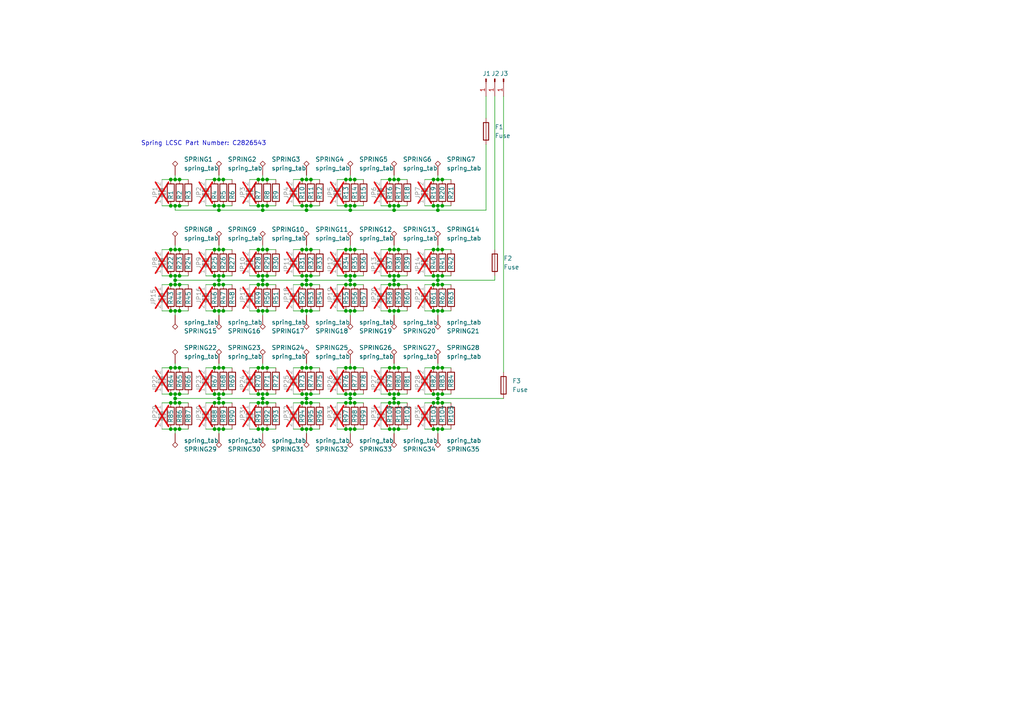
<source format=kicad_sch>
(kicad_sch (version 20231120) (generator "eeschema") (generator_version "8.0")
  (paper "A4")
  (junction (at 76.2 81.28))
  (junction (at 90.17 106.68))
  (junction (at 128.27 52.07))
  (junction (at 52.07 124.46))
  (junction (at 114.3 59.69))
  (junction (at 125.73 124.46))
  (junction (at 77.47 72.39))
  (junction (at 127 115.57))
  (junction (at 63.5 59.69))
  (junction (at 64.77 124.46))
  (junction (at 114.3 60.96))
  (junction (at 128.27 114.3))
  (junction (at 63.5 60.96))
  (junction (at 114.3 115.57))
  (junction (at 64.77 72.39))
  (junction (at 49.53 114.3))
  (junction (at 90.17 82.55))
  (junction (at 64.77 114.3))
  (junction (at 127 59.69))
  (junction (at 102.87 52.07))
  (junction (at 101.6 124.46))
  (junction (at 88.9 81.28))
  (junction (at 74.93 82.55))
  (junction (at 114.3 114.3))
  (junction (at 52.07 52.07))
  (junction (at 64.77 106.68))
  (junction (at 101.6 80.01))
  (junction (at 100.33 90.17))
  (junction (at 90.17 90.17))
  (junction (at 87.63 80.01))
  (junction (at 127 106.68))
  (junction (at 77.47 114.3))
  (junction (at 100.33 124.46))
  (junction (at 52.07 80.01))
  (junction (at 127 114.3))
  (junction (at 115.57 124.46))
  (junction (at 101.6 81.28))
  (junction (at 63.5 124.46))
  (junction (at 101.6 60.96))
  (junction (at 63.5 90.17))
  (junction (at 115.57 72.39))
  (junction (at 113.03 106.68))
  (junction (at 88.9 116.84))
  (junction (at 64.77 59.69))
  (junction (at 76.2 59.69))
  (junction (at 114.3 72.39))
  (junction (at 87.63 59.69))
  (junction (at 90.17 114.3))
  (junction (at 74.93 72.39))
  (junction (at 49.53 90.17))
  (junction (at 76.2 124.46))
  (junction (at 74.93 114.3))
  (junction (at 76.2 52.07))
  (junction (at 76.2 116.84))
  (junction (at 76.2 60.96))
  (junction (at 88.9 114.3))
  (junction (at 87.63 114.3))
  (junction (at 102.87 116.84))
  (junction (at 90.17 116.84))
  (junction (at 62.23 90.17))
  (junction (at 52.07 90.17))
  (junction (at 115.57 114.3))
  (junction (at 49.53 106.68))
  (junction (at 52.07 114.3))
  (junction (at 114.3 82.55))
  (junction (at 128.27 72.39))
  (junction (at 100.33 116.84))
  (junction (at 114.3 106.68))
  (junction (at 115.57 116.84))
  (junction (at 63.5 72.39))
  (junction (at 101.6 116.84))
  (junction (at 87.63 72.39))
  (junction (at 114.3 116.84))
  (junction (at 113.03 52.07))
  (junction (at 88.9 80.01))
  (junction (at 125.73 80.01))
  (junction (at 77.47 106.68))
  (junction (at 49.53 72.39))
  (junction (at 101.6 115.57))
  (junction (at 101.6 82.55))
  (junction (at 100.33 72.39))
  (junction (at 127 80.01))
  (junction (at 115.57 59.69))
  (junction (at 74.93 80.01))
  (junction (at 49.53 52.07))
  (junction (at 77.47 52.07))
  (junction (at 127 90.17))
  (junction (at 87.63 124.46))
  (junction (at 64.77 80.01))
  (junction (at 76.2 114.3))
  (junction (at 115.57 80.01))
  (junction (at 128.27 90.17))
  (junction (at 52.07 106.68))
  (junction (at 52.07 116.84))
  (junction (at 77.47 80.01))
  (junction (at 63.5 106.68))
  (junction (at 52.07 82.55))
  (junction (at 88.9 82.55))
  (junction (at 62.23 114.3))
  (junction (at 50.8 52.07))
  (junction (at 50.8 81.28))
  (junction (at 76.2 80.01))
  (junction (at 128.27 124.46))
  (junction (at 62.23 80.01))
  (junction (at 63.5 82.55))
  (junction (at 62.23 116.84))
  (junction (at 63.5 114.3))
  (junction (at 101.6 106.68))
  (junction (at 63.5 116.84))
  (junction (at 87.63 52.07))
  (junction (at 113.03 124.46))
  (junction (at 127 82.55))
  (junction (at 125.73 106.68))
  (junction (at 113.03 72.39))
  (junction (at 102.87 90.17))
  (junction (at 77.47 90.17))
  (junction (at 114.3 124.46))
  (junction (at 102.87 82.55))
  (junction (at 128.27 80.01))
  (junction (at 87.63 90.17))
  (junction (at 77.47 116.84))
  (junction (at 64.77 52.07))
  (junction (at 115.57 82.55))
  (junction (at 100.33 52.07))
  (junction (at 76.2 72.39))
  (junction (at 100.33 114.3))
  (junction (at 50.8 82.55))
  (junction (at 50.8 90.17))
  (junction (at 76.2 90.17))
  (junction (at 125.73 72.39))
  (junction (at 90.17 80.01))
  (junction (at 87.63 82.55))
  (junction (at 88.9 72.39))
  (junction (at 74.93 52.07))
  (junction (at 113.03 116.84))
  (junction (at 101.6 114.3))
  (junction (at 63.5 81.28))
  (junction (at 50.8 80.01))
  (junction (at 102.87 106.68))
  (junction (at 62.23 72.39))
  (junction (at 101.6 52.07))
  (junction (at 100.33 82.55))
  (junction (at 128.27 82.55))
  (junction (at 127 116.84))
  (junction (at 113.03 59.69))
  (junction (at 88.9 90.17))
  (junction (at 49.53 116.84))
  (junction (at 102.87 59.69))
  (junction (at 115.57 106.68))
  (junction (at 128.27 106.68))
  (junction (at 102.87 72.39))
  (junction (at 127 124.46))
  (junction (at 62.23 52.07))
  (junction (at 90.17 72.39))
  (junction (at 125.73 114.3))
  (junction (at 76.2 106.68))
  (junction (at 74.93 59.69))
  (junction (at 64.77 90.17))
  (junction (at 102.87 114.3))
  (junction (at 76.2 115.57))
  (junction (at 88.9 59.69))
  (junction (at 62.23 59.69))
  (junction (at 74.93 116.84))
  (junction (at 50.8 115.57))
  (junction (at 90.17 124.46))
  (junction (at 87.63 106.68))
  (junction (at 127 60.96))
  (junction (at 63.5 52.07))
  (junction (at 128.27 116.84))
  (junction (at 125.73 82.55))
  (junction (at 64.77 116.84))
  (junction (at 88.9 52.07))
  (junction (at 77.47 124.46))
  (junction (at 113.03 80.01))
  (junction (at 114.3 52.07))
  (junction (at 100.33 59.69))
  (junction (at 87.63 116.84))
  (junction (at 128.27 59.69))
  (junction (at 50.8 114.3))
  (junction (at 49.53 82.55))
  (junction (at 52.07 59.69))
  (junction (at 62.23 124.46))
  (junction (at 102.87 80.01))
  (junction (at 90.17 52.07))
  (junction (at 74.93 124.46))
  (junction (at 125.73 90.17))
  (junction (at 62.23 106.68))
  (junction (at 63.5 80.01))
  (junction (at 50.8 59.69))
  (junction (at 50.8 124.46))
  (junction (at 125.73 116.84))
  (junction (at 114.3 81.28))
  (junction (at 50.8 116.84))
  (junction (at 63.5 115.57))
  (junction (at 90.17 59.69))
  (junction (at 102.87 124.46))
  (junction (at 49.53 124.46))
  (junction (at 114.3 80.01))
  (junction (at 88.9 124.46))
  (junction (at 113.03 82.55))
  (junction (at 115.57 52.07))
  (junction (at 88.9 106.68))
  (junction (at 114.3 90.17))
  (junction (at 77.47 59.69))
  (junction (at 49.53 80.01))
  (junction (at 76.2 82.55))
  (junction (at 62.23 82.55))
  (junction (at 115.57 90.17))
  (junction (at 101.6 72.39))
  (junction (at 125.73 52.07))
  (junction (at 127 81.28))
  (junction (at 52.07 72.39))
  (junction (at 88.9 115.57))
  (junction (at 101.6 90.17))
  (junction (at 77.47 82.55))
  (junction (at 64.77 82.55))
  (junction (at 49.53 59.69))
  (junction (at 74.93 90.17))
  (junction (at 88.9 60.96))
  (junction (at 50.8 72.39))
  (junction (at 113.03 114.3))
  (junction (at 127 52.07))
  (junction (at 113.03 90.17))
  (junction (at 101.6 59.69))
  (junction (at 100.33 106.68))
  (junction (at 74.93 106.68))
  (junction (at 50.8 106.68))
  (junction (at 100.33 80.01))
  (junction (at 125.73 59.69))
  (junction (at 127 72.39))
  (wire (pts (xy 85.09 116.84) (xy 87.63 116.84)))
  (wire (pts (xy 101.6 60.96) (xy 114.3 60.96)))
  (wire (pts (xy 50.8 60.96) (xy 63.5 60.96)))
  (wire (pts (xy 62.23 52.07) (xy 63.5 52.07)))
  (wire (pts (xy 110.49 90.17) (xy 113.03 90.17)))
  (wire (pts (xy 113.03 52.07) (xy 114.3 52.07)))
  (wire (pts (xy 64.77 90.17) (xy 67.31 90.17)))
  (wire (pts (xy 128.27 124.46) (xy 130.81 124.46)))
  (wire (pts (xy 76.2 71.12) (xy 76.2 72.39)))
  (wire (pts (xy 127 59.69) (xy 128.27 59.69)))
  (wire (pts (xy 62.23 72.39) (xy 63.5 72.39)))
  (wire (pts (xy 114.3 106.68) (xy 115.57 106.68)))
  (wire (pts (xy 123.19 82.55) (xy 125.73 82.55)))
  (wire (pts (xy 74.93 82.55) (xy 76.2 82.55)))
  (wire (pts (xy 63.5 81.28) (xy 63.5 82.55)))
  (wire (pts (xy 114.3 124.46) (xy 115.57 124.46)))
  (wire (pts (xy 63.5 59.69) (xy 63.5 60.96)))
  (wire (pts (xy 115.57 82.55) (xy 118.11 82.55)))
  (wire (pts (xy 110.49 114.3) (xy 113.03 114.3)))
  (wire (pts (xy 72.39 116.84) (xy 74.93 116.84)))
  (wire (pts (xy 128.27 106.68) (xy 130.81 106.68)))
  (wire (pts (xy 102.87 80.01) (xy 105.41 80.01)))
  (wire (pts (xy 101.6 116.84) (xy 102.87 116.84)))
  (wire (pts (xy 114.3 59.69) (xy 114.3 60.96)))
  (wire (pts (xy 102.87 124.46) (xy 105.41 124.46)))
  (wire (pts (xy 52.07 116.84) (xy 54.61 116.84)))
  (wire (pts (xy 110.49 72.39) (xy 113.03 72.39)))
  (wire (pts (xy 46.99 80.01) (xy 49.53 80.01)))
  (wire (pts (xy 46.99 124.46) (xy 49.53 124.46)))
  (wire (pts (xy 113.03 90.17) (xy 114.3 90.17)))
  (wire (pts (xy 76.2 124.46) (xy 77.47 124.46)))
  (wire (pts (xy 127 90.17) (xy 128.27 90.17)))
  (wire (pts (xy 59.69 114.3) (xy 62.23 114.3)))
  (wire (pts (xy 72.39 124.46) (xy 74.93 124.46)))
  (wire (pts (xy 140.97 27.94) (xy 140.97 34.29)))
  (wire (pts (xy 113.03 116.84) (xy 114.3 116.84)))
  (wire (pts (xy 76.2 124.46) (xy 76.2 125.73)))
  (wire (pts (xy 50.8 81.28) (xy 63.5 81.28)))
  (wire (pts (xy 97.79 72.39) (xy 100.33 72.39)))
  (wire (pts (xy 114.3 52.07) (xy 115.57 52.07)))
  (wire (pts (xy 88.9 71.12) (xy 88.9 72.39)))
  (wire (pts (xy 143.51 81.28) (xy 143.51 80.01)))
  (wire (pts (xy 64.77 106.68) (xy 67.31 106.68)))
  (wire (pts (xy 127 115.57) (xy 127 116.84)))
  (wire (pts (xy 101.6 105.41) (xy 101.6 106.68)))
  (wire (pts (xy 90.17 114.3) (xy 92.71 114.3)))
  (wire (pts (xy 52.07 114.3) (xy 54.61 114.3)))
  (wire (pts (xy 50.8 115.57) (xy 63.5 115.57)))
  (wire (pts (xy 72.39 80.01) (xy 74.93 80.01)))
  (wire (pts (xy 114.3 115.57) (xy 114.3 116.84)))
  (wire (pts (xy 97.79 116.84) (xy 100.33 116.84)))
  (wire (pts (xy 127 81.28) (xy 143.51 81.28)))
  (wire (pts (xy 63.5 90.17) (xy 64.77 90.17)))
  (wire (pts (xy 62.23 124.46) (xy 63.5 124.46)))
  (wire (pts (xy 101.6 82.55) (xy 102.87 82.55)))
  (wire (pts (xy 114.3 114.3) (xy 114.3 115.57)))
  (wire (pts (xy 88.9 124.46) (xy 88.9 125.73)))
  (wire (pts (xy 88.9 90.17) (xy 90.17 90.17)))
  (wire (pts (xy 64.77 116.84) (xy 67.31 116.84)))
  (wire (pts (xy 114.3 105.41) (xy 114.3 106.68)))
  (wire (pts (xy 64.77 80.01) (xy 67.31 80.01)))
  (wire (pts (xy 101.6 59.69) (xy 102.87 59.69)))
  (wire (pts (xy 59.69 59.69) (xy 62.23 59.69)))
  (wire (pts (xy 114.3 80.01) (xy 114.3 81.28)))
  (wire (pts (xy 52.07 59.69) (xy 54.61 59.69)))
  (wire (pts (xy 76.2 59.69) (xy 77.47 59.69)))
  (wire (pts (xy 50.8 52.07) (xy 52.07 52.07)))
  (wire (pts (xy 46.99 82.55) (xy 49.53 82.55)))
  (wire (pts (xy 114.3 115.57) (xy 127 115.57)))
  (wire (pts (xy 114.3 72.39) (xy 115.57 72.39)))
  (wire (pts (xy 102.87 106.68) (xy 105.41 106.68)))
  (wire (pts (xy 110.49 116.84) (xy 113.03 116.84)))
  (wire (pts (xy 97.79 106.68) (xy 100.33 106.68)))
  (wire (pts (xy 100.33 124.46) (xy 101.6 124.46)))
  (wire (pts (xy 87.63 82.55) (xy 88.9 82.55)))
  (wire (pts (xy 113.03 72.39) (xy 114.3 72.39)))
  (wire (pts (xy 46.99 90.17) (xy 49.53 90.17)))
  (wire (pts (xy 146.05 27.94) (xy 146.05 107.95)))
  (wire (pts (xy 110.49 106.68) (xy 113.03 106.68)))
  (wire (pts (xy 128.27 82.55) (xy 130.81 82.55)))
  (wire (pts (xy 52.07 124.46) (xy 54.61 124.46)))
  (wire (pts (xy 85.09 106.68) (xy 87.63 106.68)))
  (wire (pts (xy 49.53 82.55) (xy 50.8 82.55)))
  (wire (pts (xy 101.6 90.17) (xy 101.6 91.44)))
  (wire (pts (xy 127 114.3) (xy 127 115.57)))
  (wire (pts (xy 125.73 116.84) (xy 127 116.84)))
  (wire (pts (xy 113.03 80.01) (xy 114.3 80.01)))
  (wire (pts (xy 114.3 90.17) (xy 114.3 91.44)))
  (wire (pts (xy 127 90.17) (xy 127 91.44)))
  (wire (pts (xy 49.53 90.17) (xy 50.8 90.17)))
  (wire (pts (xy 88.9 116.84) (xy 90.17 116.84)))
  (wire (pts (xy 72.39 90.17) (xy 74.93 90.17)))
  (wire (pts (xy 50.8 81.28) (xy 50.8 82.55)))
  (wire (pts (xy 90.17 90.17) (xy 92.71 90.17)))
  (wire (pts (xy 101.6 115.57) (xy 101.6 116.84)))
  (wire (pts (xy 88.9 72.39) (xy 90.17 72.39)))
  (wire (pts (xy 74.93 124.46) (xy 76.2 124.46)))
  (wire (pts (xy 97.79 124.46) (xy 100.33 124.46)))
  (wire (pts (xy 50.8 114.3) (xy 50.8 115.57)))
  (wire (pts (xy 97.79 52.07) (xy 100.33 52.07)))
  (wire (pts (xy 101.6 80.01) (xy 102.87 80.01)))
  (wire (pts (xy 114.3 50.8) (xy 114.3 52.07)))
  (wire (pts (xy 85.09 90.17) (xy 87.63 90.17)))
  (wire (pts (xy 88.9 124.46) (xy 90.17 124.46)))
  (wire (pts (xy 50.8 59.69) (xy 50.8 60.96)))
  (wire (pts (xy 63.5 59.69) (xy 64.77 59.69)))
  (wire (pts (xy 123.19 72.39) (xy 125.73 72.39)))
  (wire (pts (xy 102.87 59.69) (xy 105.41 59.69)))
  (wire (pts (xy 63.5 72.39) (xy 64.77 72.39)))
  (wire (pts (xy 128.27 59.69) (xy 130.81 59.69)))
  (wire (pts (xy 46.99 106.68) (xy 49.53 106.68)))
  (wire (pts (xy 74.93 72.39) (xy 76.2 72.39)))
  (wire (pts (xy 143.51 27.94) (xy 143.51 72.39)))
  (wire (pts (xy 50.8 124.46) (xy 52.07 124.46)))
  (wire (pts (xy 59.69 52.07) (xy 62.23 52.07)))
  (wire (pts (xy 77.47 116.84) (xy 80.01 116.84)))
  (wire (pts (xy 114.3 116.84) (xy 115.57 116.84)))
  (wire (pts (xy 50.8 106.68) (xy 52.07 106.68)))
  (wire (pts (xy 49.53 124.46) (xy 50.8 124.46)))
  (wire (pts (xy 76.2 50.8) (xy 76.2 52.07)))
  (wire (pts (xy 77.47 59.69) (xy 80.01 59.69)))
  (wire (pts (xy 88.9 115.57) (xy 88.9 116.84)))
  (wire (pts (xy 88.9 105.41) (xy 88.9 106.68)))
  (wire (pts (xy 125.73 80.01) (xy 127 80.01)))
  (wire (pts (xy 77.47 72.39) (xy 80.01 72.39)))
  (wire (pts (xy 101.6 59.69) (xy 101.6 60.96)))
  (wire (pts (xy 101.6 115.57) (xy 114.3 115.57)))
  (wire (pts (xy 101.6 124.46) (xy 102.87 124.46)))
  (wire (pts (xy 88.9 114.3) (xy 88.9 115.57)))
  (wire (pts (xy 97.79 82.55) (xy 100.33 82.55)))
  (wire (pts (xy 123.19 114.3) (xy 125.73 114.3)))
  (wire (pts (xy 125.73 106.68) (xy 127 106.68)))
  (wire (pts (xy 97.79 59.69) (xy 100.33 59.69)))
  (wire (pts (xy 101.6 52.07) (xy 102.87 52.07)))
  (wire (pts (xy 85.09 82.55) (xy 87.63 82.55)))
  (wire (pts (xy 85.09 80.01) (xy 87.63 80.01)))
  (wire (pts (xy 77.47 90.17) (xy 80.01 90.17)))
  (wire (pts (xy 74.93 90.17) (xy 76.2 90.17)))
  (wire (pts (xy 123.19 124.46) (xy 125.73 124.46)))
  (wire (pts (xy 62.23 90.17) (xy 63.5 90.17)))
  (wire (pts (xy 115.57 116.84) (xy 118.11 116.84)))
  (wire (pts (xy 110.49 82.55) (xy 113.03 82.55)))
  (wire (pts (xy 59.69 106.68) (xy 62.23 106.68)))
  (wire (pts (xy 110.49 59.69) (xy 113.03 59.69)))
  (wire (pts (xy 90.17 116.84) (xy 92.71 116.84)))
  (wire (pts (xy 64.77 72.39) (xy 67.31 72.39)))
  (wire (pts (xy 50.8 80.01) (xy 50.8 81.28)))
  (wire (pts (xy 74.93 116.84) (xy 76.2 116.84)))
  (wire (pts (xy 100.33 72.39) (xy 101.6 72.39)))
  (wire (pts (xy 49.53 114.3) (xy 50.8 114.3)))
  (wire (pts (xy 63.5 116.84) (xy 64.77 116.84)))
  (wire (pts (xy 127 72.39) (xy 128.27 72.39)))
  (wire (pts (xy 87.63 124.46) (xy 88.9 124.46)))
  (wire (pts (xy 114.3 71.12) (xy 114.3 72.39)))
  (wire (pts (xy 100.33 59.69) (xy 101.6 59.69)))
  (wire (pts (xy 100.33 106.68) (xy 101.6 106.68)))
  (wire (pts (xy 50.8 90.17) (xy 50.8 91.44)))
  (wire (pts (xy 140.97 41.91) (xy 140.97 60.96)))
  (wire (pts (xy 125.73 52.07) (xy 127 52.07)))
  (wire (pts (xy 127 124.46) (xy 128.27 124.46)))
  (wire (pts (xy 90.17 106.68) (xy 92.71 106.68)))
  (wire (pts (xy 77.47 124.46) (xy 80.01 124.46)))
  (wire (pts (xy 63.5 114.3) (xy 63.5 115.57)))
  (wire (pts (xy 100.33 90.17) (xy 101.6 90.17)))
  (wire (pts (xy 50.8 72.39) (xy 52.07 72.39)))
  (wire (pts (xy 76.2 114.3) (xy 77.47 114.3)))
  (wire (pts (xy 49.53 59.69) (xy 50.8 59.69)))
  (wire (pts (xy 125.73 82.55) (xy 127 82.55)))
  (wire (pts (xy 127 105.41) (xy 127 106.68)))
  (wire (pts (xy 101.6 71.12) (xy 101.6 72.39)))
  (wire (pts (xy 85.09 72.39) (xy 87.63 72.39)))
  (wire (pts (xy 127 116.84) (xy 128.27 116.84)))
  (wire (pts (xy 46.99 52.07) (xy 49.53 52.07)))
  (wire (pts (xy 63.5 124.46) (xy 64.77 124.46)))
  (wire (pts (xy 127 80.01) (xy 128.27 80.01)))
  (wire (pts (xy 125.73 59.69) (xy 127 59.69)))
  (wire (pts (xy 49.53 116.84) (xy 50.8 116.84)))
  (wire (pts (xy 50.8 80.01) (xy 52.07 80.01)))
  (wire (pts (xy 74.93 106.68) (xy 76.2 106.68)))
  (wire (pts (xy 50.8 71.12) (xy 50.8 72.39)))
  (wire (pts (xy 88.9 80.01) (xy 88.9 81.28)))
  (wire (pts (xy 125.73 90.17) (xy 127 90.17)))
  (wire (pts (xy 100.33 52.07) (xy 101.6 52.07)))
  (wire (pts (xy 128.27 52.07) (xy 130.81 52.07)))
  (wire (pts (xy 127 82.55) (xy 128.27 82.55)))
  (wire (pts (xy 101.6 72.39) (xy 102.87 72.39)))
  (wire (pts (xy 63.5 81.28) (xy 76.2 81.28)))
  (wire (pts (xy 76.2 115.57) (xy 88.9 115.57)))
  (wire (pts (xy 63.5 50.8) (xy 63.5 52.07)))
  (wire (pts (xy 52.07 90.17) (xy 54.61 90.17)))
  (wire (pts (xy 76.2 90.17) (xy 77.47 90.17)))
  (wire (pts (xy 72.39 72.39) (xy 74.93 72.39)))
  (wire (pts (xy 46.99 114.3) (xy 49.53 114.3)))
  (wire (pts (xy 97.79 114.3) (xy 100.33 114.3)))
  (wire (pts (xy 127 52.07) (xy 128.27 52.07)))
  (wire (pts (xy 59.69 116.84) (xy 62.23 116.84)))
  (wire (pts (xy 123.19 90.17) (xy 125.73 90.17)))
  (wire (pts (xy 87.63 59.69) (xy 88.9 59.69)))
  (wire (pts (xy 88.9 115.57) (xy 101.6 115.57)))
  (wire (pts (xy 114.3 114.3) (xy 115.57 114.3)))
  (wire (pts (xy 127 106.68) (xy 128.27 106.68)))
  (wire (pts (xy 88.9 82.55) (xy 90.17 82.55)))
  (wire (pts (xy 52.07 52.07) (xy 54.61 52.07)))
  (wire (pts (xy 88.9 80.01) (xy 90.17 80.01)))
  (wire (pts (xy 90.17 59.69) (xy 92.71 59.69)))
  (wire (pts (xy 114.3 81.28) (xy 127 81.28)))
  (wire (pts (xy 63.5 71.12) (xy 63.5 72.39)))
  (wire (pts (xy 125.73 72.39) (xy 127 72.39)))
  (wire (pts (xy 62.23 116.84) (xy 63.5 116.84)))
  (wire (pts (xy 113.03 59.69) (xy 114.3 59.69)))
  (wire (pts (xy 50.8 59.69) (xy 52.07 59.69)))
  (wire (pts (xy 85.09 124.46) (xy 87.63 124.46)))
  (wire (pts (xy 87.63 116.84) (xy 88.9 116.84)))
  (wire (pts (xy 128.27 72.39) (xy 130.81 72.39)))
  (wire (pts (xy 88.9 81.28) (xy 101.6 81.28)))
  (wire (pts (xy 115.57 90.17) (xy 118.11 90.17)))
  (wire (pts (xy 101.6 80.01) (xy 101.6 81.28)))
  (wire (pts (xy 90.17 72.39) (xy 92.71 72.39)))
  (wire (pts (xy 114.3 124.46) (xy 114.3 125.73)))
  (wire (pts (xy 100.33 80.01) (xy 101.6 80.01)))
  (wire (pts (xy 50.8 50.8) (xy 50.8 52.07)))
  (wire (pts (xy 50.8 82.55) (xy 52.07 82.55)))
  (wire (pts (xy 115.57 59.69) (xy 118.11 59.69)))
  (wire (pts (xy 115.57 72.39) (xy 118.11 72.39)))
  (wire (pts (xy 113.03 106.68) (xy 114.3 106.68)))
  (wire (pts (xy 90.17 82.55) (xy 92.71 82.55)))
  (wire (pts (xy 128.27 80.01) (xy 130.81 80.01)))
  (wire (pts (xy 63.5 114.3) (xy 64.77 114.3)))
  (wire (pts (xy 102.87 52.07) (xy 105.41 52.07)))
  (wire (pts (xy 101.6 81.28) (xy 101.6 82.55)))
  (wire (pts (xy 114.3 82.55) (xy 115.57 82.55)))
  (wire (pts (xy 85.09 52.07) (xy 87.63 52.07)))
  (wire (pts (xy 110.49 52.07) (xy 113.03 52.07)))
  (wire (pts (xy 63.5 60.96) (xy 76.2 60.96)))
  (wire (pts (xy 76.2 52.07) (xy 77.47 52.07)))
  (wire (pts (xy 64.77 59.69) (xy 67.31 59.69)))
  (wire (pts (xy 46.99 72.39) (xy 49.53 72.39)))
  (wire (pts (xy 76.2 72.39) (xy 77.47 72.39)))
  (wire (pts (xy 76.2 80.01) (xy 77.47 80.01)))
  (wire (pts (xy 52.07 72.39) (xy 54.61 72.39)))
  (wire (pts (xy 76.2 105.41) (xy 76.2 106.68)))
  (wire (pts (xy 85.09 114.3) (xy 87.63 114.3)))
  (wire (pts (xy 114.3 59.69) (xy 115.57 59.69)))
  (wire (pts (xy 90.17 80.01) (xy 92.71 80.01)))
  (wire (pts (xy 114.3 90.17) (xy 115.57 90.17)))
  (wire (pts (xy 63.5 80.01) (xy 63.5 81.28)))
  (wire (pts (xy 101.6 124.46) (xy 101.6 125.73)))
  (wire (pts (xy 59.69 124.46) (xy 62.23 124.46)))
  (wire (pts (xy 76.2 60.96) (xy 88.9 60.96)))
  (wire (pts (xy 63.5 80.01) (xy 64.77 80.01)))
  (wire (pts (xy 63.5 124.46) (xy 63.5 125.73)))
  (wire (pts (xy 114.3 81.28) (xy 114.3 82.55)))
  (wire (pts (xy 62.23 106.68) (xy 63.5 106.68)))
  (wire (pts (xy 52.07 80.01) (xy 54.61 80.01)))
  (wire (pts (xy 123.19 116.84) (xy 125.73 116.84)))
  (wire (pts (xy 62.23 82.55) (xy 63.5 82.55)))
  (wire (pts (xy 63.5 90.17) (xy 63.5 91.44)))
  (wire (pts (xy 76.2 82.55) (xy 77.47 82.55)))
  (wire (pts (xy 76.2 115.57) (xy 76.2 116.84)))
  (wire (pts (xy 76.2 90.17) (xy 76.2 91.44)))
  (wire (pts (xy 63.5 106.68) (xy 64.77 106.68)))
  (wire (pts (xy 115.57 114.3) (xy 118.11 114.3)))
  (wire (pts (xy 72.39 59.69) (xy 74.93 59.69)))
  (wire (pts (xy 74.93 59.69) (xy 76.2 59.69)))
  (wire (pts (xy 76.2 59.69) (xy 76.2 60.96)))
  (wire (pts (xy 64.77 52.07) (xy 67.31 52.07)))
  (wire (pts (xy 114.3 60.96) (xy 127 60.96)))
  (wire (pts (xy 50.8 124.46) (xy 50.8 125.73)))
  (wire (pts (xy 102.87 72.39) (xy 105.41 72.39)))
  (wire (pts (xy 76.2 81.28) (xy 88.9 81.28)))
  (wire (pts (xy 97.79 90.17) (xy 100.33 90.17)))
  (wire (pts (xy 62.23 80.01) (xy 63.5 80.01)))
  (wire (pts (xy 90.17 124.46) (xy 92.71 124.46)))
  (wire (pts (xy 49.53 52.07) (xy 50.8 52.07)))
  (wire (pts (xy 127 50.8) (xy 127 52.07)))
  (wire (pts (xy 74.93 114.3) (xy 76.2 114.3)))
  (wire (pts (xy 59.69 82.55) (xy 62.23 82.55)))
  (wire (pts (xy 102.87 114.3) (xy 105.41 114.3)))
  (wire (pts (xy 127 124.46) (xy 127 125.73)))
  (wire (pts (xy 88.9 60.96) (xy 101.6 60.96)))
  (wire (pts (xy 90.17 52.07) (xy 92.71 52.07)))
  (wire (pts (xy 88.9 90.17) (xy 88.9 91.44)))
  (wire (pts (xy 64.77 124.46) (xy 67.31 124.46)))
  (wire (pts (xy 101.6 90.17) (xy 102.87 90.17)))
  (wire (pts (xy 87.63 114.3) (xy 88.9 114.3)))
  (wire (pts (xy 85.09 59.69) (xy 87.63 59.69)))
  (wire (pts (xy 72.39 52.07) (xy 74.93 52.07)))
  (wire (pts (xy 113.03 114.3) (xy 114.3 114.3)))
  (wire (pts (xy 63.5 115.57) (xy 63.5 116.84)))
  (wire (pts (xy 127 114.3) (xy 128.27 114.3)))
  (wire (pts (xy 100.33 82.55) (xy 101.6 82.55)))
  (wire (pts (xy 128.27 90.17) (xy 130.81 90.17)))
  (wire (pts (xy 101.6 114.3) (xy 102.87 114.3)))
  (wire (pts (xy 101.6 50.8) (xy 101.6 52.07)))
  (wire (pts (xy 113.03 124.46) (xy 114.3 124.46)))
  (wire (pts (xy 76.2 80.01) (xy 76.2 81.28)))
  (wire (pts (xy 128.27 116.84) (xy 130.81 116.84)))
  (wire (pts (xy 50.8 114.3) (xy 52.07 114.3)))
  (wire (pts (xy 49.53 72.39) (xy 50.8 72.39)))
  (wire (pts (xy 100.33 114.3) (xy 101.6 114.3)))
  (wire (pts (xy 76.2 81.28) (xy 76.2 82.55)))
  (wire (pts (xy 50.8 115.57) (xy 50.8 116.84)))
  (wire (pts (xy 123.19 59.69) (xy 125.73 59.69)))
  (wire (pts (xy 77.47 82.55) (xy 80.01 82.55)))
  (wire (pts (xy 88.9 81.28) (xy 88.9 82.55)))
  (wire (pts (xy 110.49 80.01) (xy 113.03 80.01)))
  (wire (pts (xy 123.19 106.68) (xy 125.73 106.68)))
  (wire (pts (xy 46.99 59.69) (xy 49.53 59.69)))
  (wire (pts (xy 64.77 82.55) (xy 67.31 82.55)))
  (wire (pts (xy 123.19 52.07) (xy 125.73 52.07)))
  (wire (pts (xy 50.8 116.84) (xy 52.07 116.84)))
  (wire (pts (xy 123.19 80.01) (xy 125.73 80.01)))
  (wire (pts (xy 115.57 124.46) (xy 118.11 124.46)))
  (wire (pts (xy 88.9 114.3) (xy 90.17 114.3)))
  (wire (pts (xy 97.79 80.01) (xy 100.33 80.01)))
  (wire (pts (xy 127 59.69) (xy 127 60.96)))
  (wire (pts (xy 125.73 114.3) (xy 127 114.3)))
  (wire (pts (xy 127 80.01) (xy 127 81.28)))
  (wire (pts (xy 127 115.57) (xy 146.05 115.57)))
  (wire (pts (xy 63.5 52.07) (xy 64.77 52.07)))
  (wire (pts (xy 52.07 82.55) (xy 54.61 82.55)))
  (wire (pts (xy 100.33 116.84) (xy 101.6 116.84)))
  (wire (pts (xy 88.9 59.69) (xy 88.9 60.96)))
  (wire (pts (xy 72.39 106.68) (xy 74.93 106.68)))
  (wire (pts (xy 114.3 80.01) (xy 115.57 80.01)))
  (wire (pts (xy 77.47 80.01) (xy 80.01 80.01)))
  (wire (pts (xy 101.6 81.28) (xy 114.3 81.28)))
  (wire (pts (xy 125.73 124.46) (xy 127 124.46)))
  (wire (pts (xy 88.9 50.8) (xy 88.9 52.07)))
  (wire (pts (xy 77.47 106.68) (xy 80.01 106.68)))
  (wire (pts (xy 63.5 105.41) (xy 63.5 106.68)))
  (wire (pts (xy 87.63 90.17) (xy 88.9 90.17)))
  (wire (pts (xy 59.69 80.01) (xy 62.23 80.01)))
  (wire (pts (xy 74.93 80.01) (xy 76.2 80.01)))
  (wire (pts (xy 63.5 115.57) (xy 76.2 115.57)))
  (wire (pts (xy 77.47 114.3) (xy 80.01 114.3)))
  (wire (pts (xy 59.69 90.17) (xy 62.23 90.17)))
  (wire (pts (xy 50.8 90.17) (xy 52.07 90.17)))
  (wire (pts (xy 88.9 52.07) (xy 90.17 52.07)))
  (wire (pts (xy 77.47 52.07) (xy 80.01 52.07)))
  (wire (pts (xy 76.2 114.3) (xy 76.2 115.57)))
  (wire (pts (xy 102.87 90.17) (xy 105.41 90.17)))
  (wire (pts (xy 115.57 52.07) (xy 118.11 52.07)))
  (wire (pts (xy 49.53 80.01) (xy 50.8 80.01)))
  (wire (pts (xy 127 81.28) (xy 127 82.55)))
  (wire (pts (xy 64.77 114.3) (xy 67.31 114.3)))
  (wire (pts (xy 88.9 59.69) (xy 90.17 59.69)))
  (wire (pts (xy 87.63 80.01) (xy 88.9 80.01)))
  (wire (pts (xy 128.27 114.3) (xy 130.81 114.3)))
  (wire (pts (xy 102.87 82.55) (xy 105.41 82.55)))
  (wire (pts (xy 62.23 114.3) (xy 63.5 114.3)))
  (wire (pts (xy 76.2 106.68) (xy 77.47 106.68)))
  (wire (pts (xy 72.39 114.3) (xy 74.93 114.3)))
  (wire (pts (xy 52.07 106.68) (xy 54.61 106.68)))
  (wire (pts (xy 115.57 80.01) (xy 118.11 80.01)))
  (wire (pts (xy 76.2 116.84) (xy 77.47 116.84)))
  (wire (pts (xy 110.49 124.46) (xy 113.03 124.46)))
  (wire (pts (xy 127 71.12) (xy 127 72.39)))
  (wire (pts (xy 46.99 116.84) (xy 49.53 116.84)))
  (wire (pts (xy 101.6 106.68) (xy 102.87 106.68)))
  (wire (pts (xy 63.5 82.55) (xy 64.77 82.55)))
  (wire (pts (xy 87.63 106.68) (xy 88.9 106.68)))
  (wire (pts (xy 74.93 52.07) (xy 76.2 52.07)))
  (wire (pts (xy 87.63 72.39) (xy 88.9 72.39)))
  (wire (pts (xy 72.39 82.55) (xy 74.93 82.55)))
  (wire (pts (xy 59.69 72.39) (xy 62.23 72.39)))
  (wire (pts (xy 87.63 52.07) (xy 88.9 52.07)))
  (wire (pts (xy 62.23 59.69) (xy 63.5 59.69)))
  (wire (pts (xy 113.03 82.55) (xy 114.3 82.55)))
  (wire (pts (xy 50.8 105.41) (xy 50.8 106.68)))
  (wire (pts (xy 49.53 106.68) (xy 50.8 106.68)))
  (wire (pts (xy 102.87 116.84) (xy 105.41 116.84)))
  (wire (pts (xy 115.57 106.68) (xy 118.11 106.68)))
  (wire (pts (xy 127 60.96) (xy 140.97 60.96)))
  (wire (pts (xy 88.9 106.68) (xy 90.17 106.68)))
  (wire (pts (xy 101.6 114.3) (xy 101.6 115.57)))
  (text "Spring LCSC Part Number: C2826543" (at 40.894 41.656 0) (effects (font (size 1.27 1.27)) (justify left)))
  (symbol (lib_id "Connector:TestPoint_Alt") (at 101.6 71.12 0) (unit 1)
    (property "Reference" "SPRING12" (at 104.14 66.5479 0) (effects (justify left)))
    (property "Value" "spring_tab" (at 104.14 69.0879 0) (effects (justify left)))
    (property "Footprint" "spring_tab:spring_tab" (effects (hide yes)))
    (property "Datasheet" "https://www.lcsc.com/datasheet/lcsc_datasheet_2106081532_Shenzhen-Kinghelm-Elec-KH-322035-TP_C2837578.pdf" (effects (hide yes)))
    (property "Description" "test point (alternative shape)" (effects (hide yes)))
  )
  (symbol (lib_id "Jumper:SolderJumper_2_Open") (at 97.79 120.65 90) (mirror x) (unit 1) (dnp yes)
    (property "Reference" "JP33" (at 95.758 122.428 0) (effects (justify right)))
    (property "Value" "SolderJumper_2_Open" (effects (hide yes)))
    (property "Footprint" "Jumper:SolderJumper-2_P1.3mm_Open_TrianglePad1.0x1.5mm" (effects (hide yes)))
    (property "Description" "Solder Jumper, 2-pole, open" (effects (hide yes)))
  )
  (symbol (lib_id "Device:R") (at 77.47 76.2 0) (unit 1)
    (property "Reference" "R29" (at 77.47 78.232 90) (effects (justify left)))
    (property "Value" "R" (effects (hide yes)))
    (property "Footprint" "Resistor_SMD:R_0603_1608Metric" (effects (hide yes)))
    (property "Description" "Resistor" (effects (hide yes)))
  )
  (symbol (lib_id "Device:R") (at 54.61 120.65 0) (unit 1)
    (property "Reference" "R87" (at 54.61 122.682 90) (effects (justify left)))
    (property "Value" "R" (effects (hide yes)))
    (property "Footprint" "Resistor_SMD:R_0603_1608Metric" (effects (hide yes)))
    (property "Description" "Resistor" (effects (hide yes)))
  )
  (symbol (lib_id "Jumper:SolderJumper_2_Open") (at 97.79 76.2 90) (unit 1) (dnp yes)
    (property "Reference" "JP12" (at 95.758 74.422 0) (effects (justify right)))
    (property "Value" "SolderJumper_2_Open" (effects (hide yes)))
    (property "Footprint" "Jumper:SolderJumper-2_P1.3mm_Open_TrianglePad1.0x1.5mm" (effects (hide yes)))
    (property "Description" "Solder Jumper, 2-pole, open" (effects (hide yes)))
  )
  (symbol (lib_id "Device:R") (at 118.11 110.49 0) (unit 1)
    (property "Reference" "R81" (at 118.11 112.522 90) (effects (justify left)))
    (property "Value" "R" (effects (hide yes)))
    (property "Footprint" "Resistor_SMD:R_0603_1608Metric" (effects (hide yes)))
    (property "Description" "Resistor" (effects (hide yes)))
  )
  (symbol (lib_id "Connector:TestPoint_Alt") (at 88.9 105.41 0) (unit 1)
    (property "Reference" "SPRING25" (at 91.44 100.8379 0) (effects (justify left)))
    (property "Value" "spring_tab" (at 91.44 103.3779 0) (effects (justify left)))
    (property "Footprint" "spring_tab:spring_tab" (effects (hide yes)))
    (property "Datasheet" "https://www.lcsc.com/datasheet/lcsc_datasheet_2106081532_Shenzhen-Kinghelm-Elec-KH-322035-TP_C2837578.pdf" (effects (hide yes)))
    (property "Description" "test point (alternative shape)" (effects (hide yes)))
  )
  (symbol (lib_id "Device:R") (at 113.03 110.49 0) (unit 1)
    (property "Reference" "R79" (at 113.03 112.522 90) (effects (justify left)))
    (property "Value" "R" (effects (hide yes)))
    (property "Footprint" "Resistor_SMD:R_0603_1608Metric" (effects (hide yes)))
    (property "Description" "Resistor" (effects (hide yes)))
  )
  (symbol (lib_id "Device:R") (at 118.11 86.36 0) (unit 1)
    (property "Reference" "R60" (at 118.11 88.392 90) (effects (justify left)))
    (property "Value" "R" (effects (hide yes)))
    (property "Footprint" "Resistor_SMD:R_0603_1608Metric" (effects (hide yes)))
    (property "Description" "Resistor" (effects (hide yes)))
  )
  (symbol (lib_id "Device:R") (at 87.63 86.36 0) (unit 1)
    (property "Reference" "R52" (at 87.63 88.392 90) (effects (justify left)))
    (property "Value" "R" (effects (hide yes)))
    (property "Footprint" "Resistor_SMD:R_0603_1608Metric" (effects (hide yes)))
    (property "Description" "Resistor" (effects (hide yes)))
  )
  (symbol (lib_id "Device:Fuse") (at 140.97 38.1 0) (unit 1)
    (property "Reference" "F1" (at 143.51 36.8299 0) (effects (justify left)))
    (property "Value" "Fuse" (at 143.51 39.3699 0) (effects (justify left)))
    (property "Footprint" "Fuse:Fuse_0603_1608Metric_Pad1.05x0.95mm_HandSolder" (effects (hide yes)))
    (property "Description" "C310953" (effects (hide yes)))
  )
  (symbol (lib_id "Device:R") (at 100.33 120.65 0) (unit 1)
    (property "Reference" "R97" (at 100.33 122.682 90) (effects (justify left)))
    (property "Value" "R" (effects (hide yes)))
    (property "Footprint" "Resistor_SMD:R_0603_1608Metric" (effects (hide yes)))
    (property "Description" "Resistor" (effects (hide yes)))
  )
  (symbol (lib_id "Connector:TestPoint_Alt") (at 76.2 71.12 0) (unit 1)
    (property "Reference" "SPRING10" (at 78.74 66.5479 0) (effects (justify left)))
    (property "Value" "spring_tab" (at 78.74 69.0879 0) (effects (justify left)))
    (property "Footprint" "spring_tab:spring_tab" (effects (hide yes)))
    (property "Datasheet" "https://www.lcsc.com/datasheet/lcsc_datasheet_2106081532_Shenzhen-Kinghelm-Elec-KH-322035-TP_C2837578.pdf" (effects (hide yes)))
    (property "Description" "test point (alternative shape)" (effects (hide yes)))
  )
  (symbol (lib_id "Device:R") (at 130.81 120.65 0) (unit 1)
    (property "Reference" "R105" (at 130.81 122.682 90) (effects (justify left)))
    (property "Value" "R" (effects (hide yes)))
    (property "Footprint" "Resistor_SMD:R_0603_1608Metric" (effects (hide yes)))
    (property "Description" "Resistor" (effects (hide yes)))
  )
  (symbol (lib_id "Device:R") (at 49.53 110.49 0) (unit 1)
    (property "Reference" "R64" (at 49.53 112.522 90) (effects (justify left)))
    (property "Value" "R" (effects (hide yes)))
    (property "Footprint" "Resistor_SMD:R_0603_1608Metric" (effects (hide yes)))
    (property "Description" "Resistor" (effects (hide yes)))
  )
  (symbol (lib_id "Device:R") (at 77.47 110.49 0) (unit 1)
    (property "Reference" "R71" (at 77.47 112.522 90) (effects (justify left)))
    (property "Value" "R" (effects (hide yes)))
    (property "Footprint" "Resistor_SMD:R_0603_1608Metric" (effects (hide yes)))
    (property "Description" "Resistor" (effects (hide yes)))
  )
  (symbol (lib_id "Device:R") (at 67.31 55.88 0) (unit 1)
    (property "Reference" "R6" (at 67.31 57.912 90) (effects (justify left)))
    (property "Value" "R" (effects (hide yes)))
    (property "Footprint" "Resistor_SMD:R_0603_1608Metric" (effects (hide yes)))
    (property "Description" "Resistor" (effects (hide yes)))
  )
  (symbol (lib_id "Jumper:SolderJumper_2_Open") (at 110.49 76.2 90) (unit 1) (dnp yes)
    (property "Reference" "JP13" (at 108.458 74.422 0) (effects (justify right)))
    (property "Value" "SolderJumper_2_Open" (effects (hide yes)))
    (property "Footprint" "Jumper:SolderJumper-2_P1.3mm_Open_TrianglePad1.0x1.5mm" (effects (hide yes)))
    (property "Description" "Solder Jumper, 2-pole, open" (effects (hide yes)))
  )
  (symbol (lib_id "Connector:TestPoint_Alt") (at 63.5 125.73 0) (mirror x) (unit 1)
    (property "Reference" "SPRING30" (at 66.04 130.3021 0) (effects (justify left)))
    (property "Value" "spring_tab" (at 66.04 127.7621 0) (effects (justify left)))
    (property "Footprint" "spring_tab:spring_tab" (effects (hide yes)))
    (property "Datasheet" "https://www.lcsc.com/datasheet/lcsc_datasheet_2106081532_Shenzhen-Kinghelm-Elec-KH-322035-TP_C2837578.pdf" (effects (hide yes)))
    (property "Description" "test point (alternative shape)" (effects (hide yes)))
  )
  (symbol (lib_id "Jumper:SolderJumper_2_Open") (at 85.09 86.36 90) (mirror x) (unit 1) (dnp yes)
    (property "Reference" "JP18" (at 83.058 88.138 0) (effects (justify right)))
    (property "Value" "SolderJumper_2_Open" (effects (hide yes)))
    (property "Footprint" "Jumper:SolderJumper-2_P1.3mm_Open_TrianglePad1.0x1.5mm" (effects (hide yes)))
    (property "Description" "Solder Jumper, 2-pole, open" (effects (hide yes)))
  )
  (symbol (lib_id "Jumper:SolderJumper_2_Open") (at 59.69 76.2 90) (unit 1) (dnp yes)
    (property "Reference" "JP9" (at 57.658 74.422 0) (effects (justify right)))
    (property "Value" "SolderJumper_2_Open" (effects (hide yes)))
    (property "Footprint" "Jumper:SolderJumper-2_P1.3mm_Open_TrianglePad1.0x1.5mm" (effects (hide yes)))
    (property "Description" "Solder Jumper, 2-pole, open" (effects (hide yes)))
  )
  (symbol (lib_id "Device:R") (at 128.27 76.2 0) (unit 1)
    (property "Reference" "R41" (at 128.27 78.232 90) (effects (justify left)))
    (property "Value" "R" (effects (hide yes)))
    (property "Footprint" "Resistor_SMD:R_0603_1608Metric" (effects (hide yes)))
    (property "Description" "Resistor" (effects (hide yes)))
  )
  (symbol (lib_id "Connector:TestPoint_Alt") (at 63.5 50.8 0) (unit 1)
    (property "Reference" "SPRING2" (at 66.04 46.2279 0) (effects (justify left)))
    (property "Value" "spring_tab" (at 66.04 48.7679 0) (effects (justify left)))
    (property "Footprint" "spring_tab:spring_tab" (effects (hide yes)))
    (property "Datasheet" "https://www.lcsc.com/datasheet/lcsc_datasheet_2106081532_Shenzhen-Kinghelm-Elec-KH-322035-TP_C2837578.pdf" (effects (hide yes)))
    (property "Description" "test point (alternative shape)" (effects (hide yes)))
  )
  (symbol (lib_id "Connector:TestPoint_Alt") (at 114.3 71.12 0) (unit 1)
    (property "Reference" "SPRING13" (at 116.84 66.5479 0) (effects (justify left)))
    (property "Value" "spring_tab" (at 116.84 69.0879 0) (effects (justify left)))
    (property "Footprint" "spring_tab:spring_tab" (effects (hide yes)))
    (property "Datasheet" "https://www.lcsc.com/datasheet/lcsc_datasheet_2106081532_Shenzhen-Kinghelm-Elec-KH-322035-TP_C2837578.pdf" (effects (hide yes)))
    (property "Description" "test point (alternative shape)" (effects (hide yes)))
  )
  (symbol (lib_id "Device:R") (at 62.23 86.36 0) (unit 1)
    (property "Reference" "R46" (at 62.23 88.392 90) (effects (justify left)))
    (property "Value" "R" (effects (hide yes)))
    (property "Footprint" "Resistor_SMD:R_0603_1608Metric" (effects (hide yes)))
    (property "Description" "Resistor" (effects (hide yes)))
  )
  (symbol (lib_id "Device:R") (at 115.57 55.88 0) (unit 1)
    (property "Reference" "R17" (at 115.57 57.912 90) (effects (justify left)))
    (property "Value" "R" (effects (hide yes)))
    (property "Footprint" "Resistor_SMD:R_0603_1608Metric" (effects (hide yes)))
    (property "Description" "Resistor" (effects (hide yes)))
  )
  (symbol (lib_id "Device:R") (at 92.71 55.88 0) (unit 1)
    (property "Reference" "R12" (at 92.71 57.912 90) (effects (justify left)))
    (property "Value" "R" (effects (hide yes)))
    (property "Footprint" "Resistor_SMD:R_0603_1608Metric" (effects (hide yes)))
    (property "Description" "Resistor" (effects (hide yes)))
  )
  (symbol (lib_id "Jumper:SolderJumper_2_Open") (at 46.99 120.65 90) (mirror x) (unit 1) (dnp yes)
    (property "Reference" "JP29" (at 44.958 122.428 0) (effects (justify right)))
    (property "Value" "SolderJumper_2_Open" (effects (hide yes)))
    (property "Footprint" "Jumper:SolderJumper-2_P1.3mm_Open_TrianglePad1.0x1.5mm" (effects (hide yes)))
    (property "Description" "Solder Jumper, 2-pole, open" (effects (hide yes)))
  )
  (symbol (lib_id "Device:R") (at 62.23 76.2 0) (unit 1)
    (property "Reference" "R25" (at 62.23 78.232 90) (effects (justify left)))
    (property "Value" "R" (effects (hide yes)))
    (property "Footprint" "Resistor_SMD:R_0603_1608Metric" (effects (hide yes)))
    (property "Description" "Resistor" (effects (hide yes)))
  )
  (symbol (lib_id "Device:R") (at 80.01 76.2 0) (unit 1)
    (property "Reference" "R30" (at 80.01 78.232 90) (effects (justify left)))
    (property "Value" "R" (effects (hide yes)))
    (property "Footprint" "Resistor_SMD:R_0603_1608Metric" (effects (hide yes)))
    (property "Description" "Resistor" (effects (hide yes)))
  )
  (symbol (lib_id "Connector:TestPoint_Alt") (at 50.8 125.73 0) (mirror x) (unit 1)
    (property "Reference" "SPRING29" (at 53.34 130.3021 0) (effects (justify left)))
    (property "Value" "spring_tab" (at 53.34 127.7621 0) (effects (justify left)))
    (property "Footprint" "spring_tab:spring_tab" (effects (hide yes)))
    (property "Datasheet" "https://www.lcsc.com/datasheet/lcsc_datasheet_2106081532_Shenzhen-Kinghelm-Elec-KH-322035-TP_C2837578.pdf" (effects (hide yes)))
    (property "Description" "test point (alternative shape)" (effects (hide yes)))
  )
  (symbol (lib_id "Device:R") (at 67.31 76.2 0) (unit 1)
    (property "Reference" "R27" (at 67.31 78.232 90) (effects (justify left)))
    (property "Value" "R" (effects (hide yes)))
    (property "Footprint" "Resistor_SMD:R_0603_1608Metric" (effects (hide yes)))
    (property "Description" "Resistor" (effects (hide yes)))
  )
  (symbol (lib_id "Connector:TestPoint_Alt") (at 127 50.8 0) (unit 1)
    (property "Reference" "SPRING7" (at 129.54 46.2279 0) (effects (justify left)))
    (property "Value" "spring_tab" (at 129.54 48.7679 0) (effects (justify left)))
    (property "Footprint" "spring_tab:spring_tab" (effects (hide yes)))
    (property "Datasheet" "https://www.lcsc.com/datasheet/lcsc_datasheet_2106081532_Shenzhen-Kinghelm-Elec-KH-322035-TP_C2837578.pdf" (effects (hide yes)))
    (property "Description" "test point (alternative shape)" (effects (hide yes)))
  )
  (symbol (lib_id "Connector:TestPoint_Alt") (at 88.9 50.8 0) (unit 1)
    (property "Reference" "SPRING4" (at 91.44 46.2279 0) (effects (justify left)))
    (property "Value" "spring_tab" (at 91.44 48.7679 0) (effects (justify left)))
    (property "Footprint" "spring_tab:spring_tab" (effects (hide yes)))
    (property "Datasheet" "https://www.lcsc.com/datasheet/lcsc_datasheet_2106081532_Shenzhen-Kinghelm-Elec-KH-322035-TP_C2837578.pdf" (effects (hide yes)))
    (property "Description" "test point (alternative shape)" (effects (hide yes)))
  )
  (symbol (lib_id "Device:R") (at 113.03 120.65 0) (unit 1)
    (property "Reference" "R100" (at 113.03 122.682 90) (effects (justify left)))
    (property "Value" "R" (effects (hide yes)))
    (property "Footprint" "Resistor_SMD:R_0603_1608Metric" (effects (hide yes)))
    (property "Description" "Resistor" (effects (hide yes)))
  )
  (symbol (lib_id "Device:R") (at 54.61 86.36 0) (unit 1)
    (property "Reference" "R45" (at 54.61 88.392 90) (effects (justify left)))
    (property "Value" "R" (effects (hide yes)))
    (property "Footprint" "Resistor_SMD:R_0603_1608Metric" (effects (hide yes)))
    (property "Description" "Resistor" (effects (hide yes)))
  )
  (symbol (lib_id "Jumper:SolderJumper_2_Open") (at 85.09 120.65 90) (mirror x) (unit 1) (dnp yes)
    (property "Reference" "JP32" (at 83.058 122.428 0) (effects (justify right)))
    (property "Value" "SolderJumper_2_Open" (effects (hide yes)))
    (property "Footprint" "Jumper:SolderJumper-2_P1.3mm_Open_TrianglePad1.0x1.5mm" (effects (hide yes)))
    (property "Description" "Solder Jumper, 2-pole, open" (effects (hide yes)))
  )
  (symbol (lib_id "Jumper:SolderJumper_2_Open") (at 59.69 120.65 90) (mirror x) (unit 1) (dnp yes)
    (property "Reference" "JP30" (at 57.658 122.428 0) (effects (justify right)))
    (property "Value" "SolderJumper_2_Open" (effects (hide yes)))
    (property "Footprint" "Jumper:SolderJumper-2_P1.3mm_Open_TrianglePad1.0x1.5mm" (effects (hide yes)))
    (property "Description" "Solder Jumper, 2-pole, open" (effects (hide yes)))
  )
  (symbol (lib_id "Device:R") (at 118.11 120.65 0) (unit 1)
    (property "Reference" "R102" (at 118.11 122.682 90) (effects (justify left)))
    (property "Value" "R" (effects (hide yes)))
    (property "Footprint" "Resistor_SMD:R_0603_1608Metric" (effects (hide yes)))
    (property "Description" "Resistor" (effects (hide yes)))
  )
  (symbol (lib_id "Device:R") (at 118.11 76.2 0) (unit 1)
    (property "Reference" "R39" (at 118.11 78.232 90) (effects (justify left)))
    (property "Value" "R" (effects (hide yes)))
    (property "Footprint" "Resistor_SMD:R_0603_1608Metric" (effects (hide yes)))
    (property "Description" "Resistor" (effects (hide yes)))
  )
  (symbol (lib_id "Device:R") (at 54.61 55.88 0) (unit 1)
    (property "Reference" "R3" (at 54.61 57.912 90) (effects (justify left)))
    (property "Value" "R" (effects (hide yes)))
    (property "Footprint" "Resistor_SMD:R_0603_1608Metric" (effects (hide yes)))
    (property "Description" "Resistor" (effects (hide yes)))
  )
  (symbol (lib_id "Device:R") (at 102.87 86.36 0) (unit 1)
    (property "Reference" "R56" (at 102.87 88.392 90) (effects (justify left)))
    (property "Value" "R" (effects (hide yes)))
    (property "Footprint" "Resistor_SMD:R_0603_1608Metric" (effects (hide yes)))
    (property "Description" "Resistor" (effects (hide yes)))
  )
  (symbol (lib_id "Device:R") (at 90.17 110.49 0) (unit 1)
    (property "Reference" "R74" (at 90.17 112.522 90) (effects (justify left)))
    (property "Value" "R" (effects (hide yes)))
    (property "Footprint" "Resistor_SMD:R_0603_1608Metric" (effects (hide yes)))
    (property "Description" "Resistor" (effects (hide yes)))
  )
  (symbol (lib_id "Connector:TestPoint_Alt") (at 50.8 50.8 0) (unit 1)
    (property "Reference" "SPRING1" (at 53.34 46.2279 0) (effects (justify left)))
    (property "Value" "spring_tab" (at 53.34 48.7679 0) (effects (justify left)))
    (property "Footprint" "spring_tab:spring_tab" (effects (hide yes)))
    (property "Datasheet" "https://www.lcsc.com/datasheet/lcsc_datasheet_2106081532_Shenzhen-Kinghelm-Elec-KH-322035-TP_C2837578.pdf" (effects (hide yes)))
    (property "Description" "test point (alternative shape)" (effects (hide yes)))
  )
  (symbol (lib_id "Device:R") (at 102.87 55.88 0) (unit 1)
    (property "Reference" "R14" (at 102.87 57.912 90) (effects (justify left)))
    (property "Value" "R" (effects (hide yes)))
    (property "Footprint" "Resistor_SMD:R_0603_1608Metric" (effects (hide yes)))
    (property "Description" "Resistor" (effects (hide yes)))
  )
  (symbol (lib_id "Connector:Conn_01x01_Pin") (at 143.51 22.86 270) (unit 1)
    (property "Reference" "J2" (at 142.494 21.336 90) (effects (justify left)))
    (property "Value" "Conn_01x01_Pin" (effects (hide yes)))
    (property "Footprint" "SMD_spring_clamp_connector:SMD_spring_clamp_connector_1x1" (effects (hide yes)))
    (property "Description" "C5197183" (effects (hide yes)))
  )
  (symbol (lib_id "Connector:TestPoint_Alt") (at 101.6 91.44 0) (mirror x) (unit 1)
    (property "Reference" "SPRING19" (at 104.14 96.0121 0) (effects (justify left)))
    (property "Value" "spring_tab" (at 104.14 93.4721 0) (effects (justify left)))
    (property "Footprint" "spring_tab:spring_tab" (effects (hide yes)))
    (property "Datasheet" "https://www.lcsc.com/datasheet/lcsc_datasheet_2106081532_Shenzhen-Kinghelm-Elec-KH-322035-TP_C2837578.pdf" (effects (hide yes)))
    (property "Description" "test point (alternative shape)" (effects (hide yes)))
  )
  (symbol (lib_id "Jumper:SolderJumper_2_Open") (at 85.09 76.2 90) (unit 1) (dnp yes)
    (property "Reference" "JP11" (at 83.058 74.422 0) (effects (justify right)))
    (property "Value" "SolderJumper_2_Open" (effects (hide yes)))
    (property "Footprint" "Jumper:SolderJumper-2_P1.3mm_Open_TrianglePad1.0x1.5mm" (effects (hide yes)))
    (property "Description" "Solder Jumper, 2-pole, open" (effects (hide yes)))
  )
  (symbol (lib_id "Device:R") (at 105.41 110.49 0) (unit 1)
    (property "Reference" "R78" (at 105.41 112.522 90) (effects (justify left)))
    (property "Value" "R" (effects (hide yes)))
    (property "Footprint" "Resistor_SMD:R_0603_1608Metric" (effects (hide yes)))
    (property "Description" "Resistor" (effects (hide yes)))
  )
  (symbol (lib_id "Device:R") (at 64.77 76.2 0) (unit 1)
    (property "Reference" "R26" (at 64.77 78.232 90) (effects (justify left)))
    (property "Value" "R" (effects (hide yes)))
    (property "Footprint" "Resistor_SMD:R_0603_1608Metric" (effects (hide yes)))
    (property "Description" "Resistor" (effects (hide yes)))
  )
  (symbol (lib_id "Device:R") (at 64.77 110.49 0) (unit 1)
    (property "Reference" "R68" (at 64.77 112.522 90) (effects (justify left)))
    (property "Value" "R" (effects (hide yes)))
    (property "Footprint" "Resistor_SMD:R_0603_1608Metric" (effects (hide yes)))
    (property "Description" "Resistor" (effects (hide yes)))
  )
  (symbol (lib_id "Jumper:SolderJumper_2_Open") (at 46.99 55.88 90) (unit 1) (dnp yes)
    (property "Reference" "JP1" (at 44.958 54.102 0) (effects (justify right)))
    (property "Value" "SolderJumper_2_Open" (effects (hide yes)))
    (property "Footprint" "Jumper:SolderJumper-2_P1.3mm_Open_TrianglePad1.0x1.5mm" (effects (hide yes)))
    (property "Description" "Solder Jumper, 2-pole, open" (effects (hide yes)))
  )
  (symbol (lib_id "Device:R") (at 130.81 55.88 0) (unit 1)
    (property "Reference" "R21" (at 130.81 57.912 90) (effects (justify left)))
    (property "Value" "R" (effects (hide yes)))
    (property "Footprint" "Resistor_SMD:R_0603_1608Metric" (effects (hide yes)))
    (property "Description" "Resistor" (effects (hide yes)))
  )
  (symbol (lib_id "Device:R") (at 49.53 55.88 0) (unit 1)
    (property "Reference" "R1" (at 49.53 57.912 90) (effects (justify left)))
    (property "Value" "R" (effects (hide yes)))
    (property "Footprint" "Resistor_SMD:R_0603_1608Metric" (effects (hide yes)))
    (property "Description" "Resistor" (effects (hide yes)))
  )
  (symbol (lib_id "Jumper:SolderJumper_2_Open") (at 97.79 55.88 90) (unit 1) (dnp yes)
    (property "Reference" "JP5" (at 95.758 54.102 0) (effects (justify right)))
    (property "Value" "SolderJumper_2_Open" (effects (hide yes)))
    (property "Footprint" "Jumper:SolderJumper-2_P1.3mm_Open_TrianglePad1.0x1.5mm" (effects (hide yes)))
    (property "Description" "Solder Jumper, 2-pole, open" (effects (hide yes)))
  )
  (symbol (lib_id "Device:R") (at 128.27 110.49 0) (unit 1)
    (property "Reference" "R83" (at 128.27 112.522 90) (effects (justify left)))
    (property "Value" "R" (effects (hide yes)))
    (property "Footprint" "Resistor_SMD:R_0603_1608Metric" (effects (hide yes)))
    (property "Description" "Resistor" (effects (hide yes)))
  )
  (symbol (lib_id "Device:Fuse") (at 146.05 111.76 0) (unit 1)
    (property "Reference" "F3" (at 148.59 110.4899 0) (effects (justify left)))
    (property "Value" "Fuse" (at 148.59 113.0299 0) (effects (justify left)))
    (property "Footprint" "Fuse:Fuse_0603_1608Metric_Pad1.05x0.95mm_HandSolder" (effects (hide yes)))
    (property "Description" "C310953" (effects (hide yes)))
  )
  (symbol (lib_id "Device:R") (at 77.47 55.88 0) (unit 1)
    (property "Reference" "R8" (at 77.47 57.912 90) (effects (justify left)))
    (property "Value" "R" (effects (hide yes)))
    (property "Footprint" "Resistor_SMD:R_0603_1608Metric" (effects (hide yes)))
    (property "Description" "Resistor" (effects (hide yes)))
  )
  (symbol (lib_id "Jumper:SolderJumper_2_Open") (at 110.49 55.88 90) (unit 1) (dnp yes)
    (property "Reference" "JP6" (at 108.458 54.102 0) (effects (justify right)))
    (property "Value" "SolderJumper_2_Open" (effects (hide yes)))
    (property "Footprint" "Jumper:SolderJumper-2_P1.3mm_Open_TrianglePad1.0x1.5mm" (effects (hide yes)))
    (property "Description" "Solder Jumper, 2-pole, open" (effects (hide yes)))
  )
  (symbol (lib_id "Connector:TestPoint_Alt") (at 127 91.44 0) (mirror x) (unit 1)
    (property "Reference" "SPRING21" (at 129.54 96.0121 0) (effects (justify left)))
    (property "Value" "spring_tab" (at 129.54 93.4721 0) (effects (justify left)))
    (property "Footprint" "spring_tab:spring_tab" (effects (hide yes)))
    (property "Datasheet" "https://www.lcsc.com/datasheet/lcsc_datasheet_2106081532_Shenzhen-Kinghelm-Elec-KH-322035-TP_C2837578.pdf" (effects (hide yes)))
    (property "Description" "test point (alternative shape)" (effects (hide yes)))
  )
  (symbol (lib_id "Connector:TestPoint_Alt") (at 88.9 71.12 0) (unit 1)
    (property "Reference" "SPRING11" (at 91.44 66.5479 0) (effects (justify left)))
    (property "Value" "spring_tab" (at 91.44 69.0879 0) (effects (justify left)))
    (property "Footprint" "spring_tab:spring_tab" (effects (hide yes)))
    (property "Datasheet" "https://www.lcsc.com/datasheet/lcsc_datasheet_2106081532_Shenzhen-Kinghelm-Elec-KH-322035-TP_C2837578.pdf" (effects (hide yes)))
    (property "Description" "test point (alternative shape)" (effects (hide yes)))
  )
  (symbol (lib_id "Jumper:SolderJumper_2_Open") (at 72.39 76.2 90) (unit 1) (dnp yes)
    (property "Reference" "JP10" (at 70.358 74.422 0) (effects (justify right)))
    (property "Value" "SolderJumper_2_Open" (effects (hide yes)))
    (property "Footprint" "Jumper:SolderJumper-2_P1.3mm_Open_TrianglePad1.0x1.5mm" (effects (hide yes)))
    (property "Description" "Solder Jumper, 2-pole, open" (effects (hide yes)))
  )
  (symbol (lib_id "Connector:TestPoint_Alt") (at 101.6 105.41 0) (unit 1)
    (property "Reference" "SPRING26" (at 104.14 100.8379 0) (effects (justify left)))
    (property "Value" "spring_tab" (at 104.14 103.3779 0) (effects (justify left)))
    (property "Footprint" "spring_tab:spring_tab" (effects (hide yes)))
    (property "Datasheet" "https://www.lcsc.com/datasheet/lcsc_datasheet_2106081532_Shenzhen-Kinghelm-Elec-KH-322035-TP_C2837578.pdf" (effects (hide yes)))
    (property "Description" "test point (alternative shape)" (effects (hide yes)))
  )
  (symbol (lib_id "Device:R") (at 90.17 86.36 0) (unit 1)
    (property "Reference" "R53" (at 90.17 88.392 90) (effects (justify left)))
    (property "Value" "R" (effects (hide yes)))
    (property "Footprint" "Resistor_SMD:R_0603_1608Metric" (effects (hide yes)))
    (property "Description" "Resistor" (effects (hide yes)))
  )
  (symbol (lib_id "Device:R") (at 77.47 120.65 0) (unit 1)
    (property "Reference" "R92" (at 77.47 122.682 90) (effects (justify left)))
    (property "Value" "R" (effects (hide yes)))
    (property "Footprint" "Resistor_SMD:R_0603_1608Metric" (effects (hide yes)))
    (property "Description" "Resistor" (effects (hide yes)))
  )
  (symbol (lib_id "Device:R") (at 87.63 120.65 0) (unit 1)
    (property "Reference" "R94" (at 87.63 122.682 90) (effects (justify left)))
    (property "Value" "R" (effects (hide yes)))
    (property "Footprint" "Resistor_SMD:R_0603_1608Metric" (effects (hide yes)))
    (property "Description" "Resistor" (effects (hide yes)))
  )
  (symbol (lib_id "Connector:TestPoint_Alt") (at 76.2 105.41 0) (unit 1)
    (property "Reference" "SPRING24" (at 78.74 100.8379 0) (effects (justify left)))
    (property "Value" "spring_tab" (at 78.74 103.3779 0) (effects (justify left)))
    (property "Footprint" "spring_tab:spring_tab" (effects (hide yes)))
    (property "Datasheet" "https://www.lcsc.com/datasheet/lcsc_datasheet_2106081532_Shenzhen-Kinghelm-Elec-KH-322035-TP_C2837578.pdf" (effects (hide yes)))
    (property "Description" "test point (alternative shape)" (effects (hide yes)))
  )
  (symbol (lib_id "Device:R") (at 115.57 76.2 0) (unit 1)
    (property "Reference" "R38" (at 115.57 78.232 90) (effects (justify left)))
    (property "Value" "R" (effects (hide yes)))
    (property "Footprint" "Resistor_SMD:R_0603_1608Metric" (effects (hide yes)))
    (property "Description" "Resistor" (effects (hide yes)))
  )
  (symbol (lib_id "Device:R") (at 52.07 55.88 0) (unit 1)
    (property "Reference" "R2" (at 52.07 57.912 90) (effects (justify left)))
    (property "Value" "R" (effects (hide yes)))
    (property "Footprint" "Resistor_SMD:R_0603_1608Metric" (effects (hide yes)))
    (property "Description" "Resistor" (effects (hide yes)))
  )
  (symbol (lib_id "Connector:TestPoint_Alt") (at 127 71.12 0) (unit 1)
    (property "Reference" "SPRING14" (at 129.54 66.5479 0) (effects (justify left)))
    (property "Value" "spring_tab" (at 129.54 69.0879 0) (effects (justify left)))
    (property "Footprint" "spring_tab:spring_tab" (effects (hide yes)))
    (property "Datasheet" "https://www.lcsc.com/datasheet/lcsc_datasheet_2106081532_Shenzhen-Kinghelm-Elec-KH-322035-TP_C2837578.pdf" (effects (hide yes)))
    (property "Description" "test point (alternative shape)" (effects (hide yes)))
  )
  (symbol (lib_id "Device:R") (at 62.23 110.49 0) (unit 1)
    (property "Reference" "R67" (at 62.23 112.522 90) (effects (justify left)))
    (property "Value" "R" (effects (hide yes)))
    (property "Footprint" "Resistor_SMD:R_0603_1608Metric" (effects (hide yes)))
    (property "Description" "Resistor" (effects (hide yes)))
  )
  (symbol (lib_id "Device:R") (at 113.03 55.88 0) (unit 1)
    (property "Reference" "R16" (at 113.03 57.912 90) (effects (justify left)))
    (property "Value" "R" (effects (hide yes)))
    (property "Footprint" "Resistor_SMD:R_0603_1608Metric" (effects (hide yes)))
    (property "Description" "Resistor" (effects (hide yes)))
  )
  (symbol (lib_id "Jumper:SolderJumper_2_Open") (at 85.09 110.49 90) (unit 1) (dnp yes)
    (property "Reference" "JP25" (at 83.058 108.712 0) (effects (justify right)))
    (property "Value" "SolderJumper_2_Open" (effects (hide yes)))
    (property "Footprint" "Jumper:SolderJumper-2_P1.3mm_Open_TrianglePad1.0x1.5mm" (effects (hide yes)))
    (property "Description" "Solder Jumper, 2-pole, open" (effects (hide yes)))
  )
  (symbol (lib_id "Device:R") (at 125.73 120.65 0) (unit 1)
    (property "Reference" "R103" (at 125.73 122.682 90) (effects (justify left)))
    (property "Value" "R" (effects (hide yes)))
    (property "Footprint" "Resistor_SMD:R_0603_1608Metric" (effects (hide yes)))
    (property "Description" "Resistor" (effects (hide yes)))
  )
  (symbol (lib_id "Device:R") (at 115.57 86.36 0) (unit 1)
    (property "Reference" "R59" (at 115.57 88.392 90) (effects (justify left)))
    (property "Value" "R" (effects (hide yes)))
    (property "Footprint" "Resistor_SMD:R_0603_1608Metric" (effects (hide yes)))
    (property "Description" "Resistor" (effects (hide yes)))
  )
  (symbol (lib_id "Device:R") (at 54.61 76.2 0) (unit 1)
    (property "Reference" "R24" (at 54.61 78.232 90) (effects (justify left)))
    (property "Value" "R" (effects (hide yes)))
    (property "Footprint" "Resistor_SMD:R_0603_1608Metric" (effects (hide yes)))
    (property "Description" "Resistor" (effects (hide yes)))
  )
  (symbol (lib_id "Device:R") (at 130.81 110.49 0) (unit 1)
    (property "Reference" "R84" (at 130.81 112.522 90) (effects (justify left)))
    (property "Value" "R" (effects (hide yes)))
    (property "Footprint" "Resistor_SMD:R_0603_1608Metric" (effects (hide yes)))
    (property "Description" "Resistor" (effects (hide yes)))
  )
  (symbol (lib_id "Device:R") (at 100.33 110.49 0) (unit 1)
    (property "Reference" "R76" (at 100.33 112.522 90) (effects (justify left)))
    (property "Value" "R" (effects (hide yes)))
    (property "Footprint" "Resistor_SMD:R_0603_1608Metric" (effects (hide yes)))
    (property "Description" "Resistor" (effects (hide yes)))
  )
  (symbol (lib_id "Connector:TestPoint_Alt") (at 76.2 125.73 0) (mirror x) (unit 1)
    (property "Reference" "SPRING31" (at 78.74 130.3021 0) (effects (justify left)))
    (property "Value" "spring_tab" (at 78.74 127.7621 0) (effects (justify left)))
    (property "Footprint" "spring_tab:spring_tab" (effects (hide yes)))
    (property "Datasheet" "https://www.lcsc.com/datasheet/lcsc_datasheet_2106081532_Shenzhen-Kinghelm-Elec-KH-322035-TP_C2837578.pdf" (effects (hide yes)))
    (property "Description" "test point (alternative shape)" (effects (hide yes)))
  )
  (symbol (lib_id "Device:R") (at 64.77 55.88 0) (unit 1)
    (property "Reference" "R5" (at 64.77 57.912 90) (effects (justify left)))
    (property "Value" "R" (effects (hide yes)))
    (property "Footprint" "Resistor_SMD:R_0603_1608Metric" (effects (hide yes)))
    (property "Description" "Resistor" (effects (hide yes)))
  )
  (symbol (lib_id "Device:R") (at 52.07 120.65 0) (unit 1)
    (property "Reference" "R86" (at 52.07 122.682 90) (effects (justify left)))
    (property "Value" "R" (effects (hide yes)))
    (property "Footprint" "Resistor_SMD:R_0603_1608Metric" (effects (hide yes)))
    (property "Description" "Resistor" (effects (hide yes)))
  )
  (symbol (lib_id "Connector:TestPoint_Alt") (at 101.6 125.73 0) (mirror x) (unit 1)
    (property "Reference" "SPRING33" (at 104.14 130.3021 0) (effects (justify left)))
    (property "Value" "spring_tab" (at 104.14 127.7621 0) (effects (justify left)))
    (property "Footprint" "spring_tab:spring_tab" (effects (hide yes)))
    (property "Datasheet" "https://www.lcsc.com/datasheet/lcsc_datasheet_2106081532_Shenzhen-Kinghelm-Elec-KH-322035-TP_C2837578.pdf" (effects (hide yes)))
    (property "Description" "test point (alternative shape)" (effects (hide yes)))
  )
  (symbol (lib_id "Jumper:SolderJumper_2_Open") (at 59.69 86.36 90) (mirror x) (unit 1) (dnp yes)
    (property "Reference" "JP16" (at 57.658 88.138 0) (effects (justify right)))
    (property "Value" "SolderJumper_2_Open" (effects (hide yes)))
    (property "Footprint" "Jumper:SolderJumper-2_P1.3mm_Open_TrianglePad1.0x1.5mm" (effects (hide yes)))
    (property "Description" "Solder Jumper, 2-pole, open" (effects (hide yes)))
  )
  (symbol (lib_id "Device:R") (at 54.61 110.49 0) (unit 1)
    (property "Reference" "R66" (at 54.61 112.522 90) (effects (justify left)))
    (property "Value" "R" (effects (hide yes)))
    (property "Footprint" "Resistor_SMD:R_0603_1608Metric" (effects (hide yes)))
    (property "Description" "Resistor" (effects (hide yes)))
  )
  (symbol (lib_id "Device:R") (at 74.93 86.36 0) (unit 1)
    (property "Reference" "R49" (at 74.93 88.392 90) (effects (justify left)))
    (property "Value" "R" (effects (hide yes)))
    (property "Footprint" "Resistor_SMD:R_0603_1608Metric" (effects (hide yes)))
    (property "Description" "Resistor" (effects (hide yes)))
  )
  (symbol (lib_id "Jumper:SolderJumper_2_Open") (at 46.99 110.49 90) (unit 1) (dnp yes)
    (property "Reference" "JP22" (at 44.958 108.712 0) (effects (justify right)))
    (property "Value" "SolderJumper_2_Open" (effects (hide yes)))
    (property "Footprint" "Jumper:SolderJumper-2_P1.3mm_Open_TrianglePad1.0x1.5mm" (effects (hide yes)))
    (property "Description" "Solder Jumper, 2-pole, open" (effects (hide yes)))
  )
  (symbol (lib_id "Device:R") (at 128.27 55.88 0) (unit 1)
    (property "Reference" "R20" (at 128.27 57.912 90) (effects (justify left)))
    (property "Value" "R" (effects (hide yes)))
    (property "Footprint" "Resistor_SMD:R_0603_1608Metric" (effects (hide yes)))
    (property "Description" "Resistor" (effects (hide yes)))
  )
  (symbol (lib_id "Device:R") (at 67.31 120.65 0) (unit 1)
    (property "Reference" "R90" (at 67.31 122.682 90) (effects (justify left)))
    (property "Value" "R" (effects (hide yes)))
    (property "Footprint" "Resistor_SMD:R_0603_1608Metric" (effects (hide yes)))
    (property "Description" "Resistor" (effects (hide yes)))
  )
  (symbol (lib_id "Device:R") (at 92.71 76.2 0) (unit 1)
    (property "Reference" "R33" (at 92.71 78.232 90) (effects (justify left)))
    (property "Value" "R" (effects (hide yes)))
    (property "Footprint" "Resistor_SMD:R_0603_1608Metric" (effects (hide yes)))
    (property "Description" "Resistor" (effects (hide yes)))
  )
  (symbol (lib_id "Connector:TestPoint_Alt") (at 114.3 50.8 0) (unit 1)
    (property "Reference" "SPRING6" (at 116.84 46.2279 0) (effects (justify left)))
    (property "Value" "spring_tab" (at 116.84 48.7679 0) (effects (justify left)))
    (property "Footprint" "spring_tab:spring_tab" (effects (hide yes)))
    (property "Datasheet" "https://www.lcsc.com/datasheet/lcsc_datasheet_2106081532_Shenzhen-Kinghelm-Elec-KH-322035-TP_C2837578.pdf" (effects (hide yes)))
    (property "Description" "test point (alternative shape)" (effects (hide yes)))
  )
  (symbol (lib_id "Device:R") (at 87.63 110.49 0) (unit 1)
    (property "Reference" "R73" (at 87.63 112.522 90) (effects (justify left)))
    (property "Value" "R" (effects (hide yes)))
    (property "Footprint" "Resistor_SMD:R_0603_1608Metric" (effects (hide yes)))
    (property "Description" "Resistor" (effects (hide yes)))
  )
  (symbol (lib_id "Device:R") (at 125.73 86.36 0) (unit 1)
    (property "Reference" "R61" (at 125.73 88.392 90) (effects (justify left)))
    (property "Value" "R" (effects (hide yes)))
    (property "Footprint" "Resistor_SMD:R_0603_1608Metric" (effects (hide yes)))
    (property "Description" "Resistor" (effects (hide yes)))
  )
  (symbol (lib_id "Connector:TestPoint_Alt") (at 88.9 125.73 0) (mirror x) (unit 1)
    (property "Reference" "SPRING32" (at 91.44 130.3021 0) (effects (justify left)))
    (property "Value" "spring_tab" (at 91.44 127.7621 0) (effects (justify left)))
    (property "Footprint" "spring_tab:spring_tab" (effects (hide yes)))
    (property "Datasheet" "https://www.lcsc.com/datasheet/lcsc_datasheet_2106081532_Shenzhen-Kinghelm-Elec-KH-322035-TP_C2837578.pdf" (effects (hide yes)))
    (property "Description" "test point (alternative shape)" (effects (hide yes)))
  )
  (symbol (lib_id "Jumper:SolderJumper_2_Open") (at 72.39 110.49 90) (unit 1) (dnp yes)
    (property "Reference" "JP24" (at 70.358 108.712 0) (effects (justify right)))
    (property "Value" "SolderJumper_2_Open" (effects (hide yes)))
    (property "Footprint" "Jumper:SolderJumper-2_P1.3mm_Open_TrianglePad1.0x1.5mm" (effects (hide yes)))
    (property "Description" "Solder Jumper, 2-pole, open" (effects (hide yes)))
  )
  (symbol (lib_id "Connector:TestPoint_Alt") (at 88.9 91.44 0) (mirror x) (unit 1)
    (property "Reference" "SPRING18" (at 91.44 96.0121 0) (effects (justify left)))
    (property "Value" "spring_tab" (at 91.44 93.4721 0) (effects (justify left)))
    (property "Footprint" "spring_tab:spring_tab" (effects (hide yes)))
    (property "Datasheet" "https://www.lcsc.com/datasheet/lcsc_datasheet_2106081532_Shenzhen-Kinghelm-Elec-KH-322035-TP_C2837578.pdf" (effects (hide yes)))
    (property "Description" "test point (alternative shape)" (effects (hide yes)))
  )
  (symbol (lib_id "Device:R") (at 64.77 120.65 0) (unit 1)
    (property "Reference" "R89" (at 64.77 122.682 90) (effects (justify left)))
    (property "Value" "R" (effects (hide yes)))
    (property "Footprint" "Resistor_SMD:R_0603_1608Metric" (effects (hide yes)))
    (property "Description" "Resistor" (effects (hide yes)))
  )
  (symbol (lib_id "Jumper:SolderJumper_2_Open") (at 123.19 76.2 90) (unit 1) (dnp yes)
    (property "Reference" "JP14" (at 121.158 74.422 0) (effects (justify right)))
    (property "Value" "SolderJumper_2_Open" (effects (hide yes)))
    (property "Footprint" "Jumper:SolderJumper-2_P1.3mm_Open_TrianglePad1.0x1.5mm" (effects (hide yes)))
    (property "Description" "Solder Jumper, 2-pole, open" (effects (hide yes)))
  )
  (symbol (lib_id "Device:R") (at 64.77 86.36 0) (unit 1)
    (property "Reference" "R47" (at 64.77 88.392 90) (effects (justify left)))
    (property "Value" "R" (effects (hide yes)))
    (property "Footprint" "Resistor_SMD:R_0603_1608Metric" (effects (hide yes)))
    (property "Description" "Resistor" (effects (hide yes)))
  )
  (symbol (lib_id "Device:R") (at 49.53 76.2 0) (unit 1)
    (property "Reference" "R22" (at 49.53 78.232 90) (effects (justify left)))
    (property "Value" "R" (effects (hide yes)))
    (property "Footprint" "Resistor_SMD:R_0603_1608Metric" (effects (hide yes)))
    (property "Description" "Resistor" (effects (hide yes)))
  )
  (symbol (lib_id "Connector:TestPoint_Alt") (at 50.8 71.12 0) (unit 1)
    (property "Reference" "SPRING8" (at 53.34 66.5479 0) (effects (justify left)))
    (property "Value" "spring_tab" (at 53.34 69.0879 0) (effects (justify left)))
    (property "Footprint" "spring_tab:spring_tab" (effects (hide yes)))
    (property "Datasheet" "https://www.lcsc.com/datasheet/lcsc_datasheet_2106081532_Shenzhen-Kinghelm-Elec-KH-322035-TP_C2837578.pdf" (effects (hide yes)))
    (property "Description" "test point (alternative shape)" (effects (hide yes)))
  )
  (symbol (lib_id "Device:R") (at 74.93 76.2 0) (unit 1)
    (property "Reference" "R28" (at 74.93 78.232 90) (effects (justify left)))
    (property "Value" "R" (effects (hide yes)))
    (property "Footprint" "Resistor_SMD:R_0603_1608Metric" (effects (hide yes)))
    (property "Description" "Resistor" (effects (hide yes)))
  )
  (symbol (lib_id "Jumper:SolderJumper_2_Open") (at 97.79 86.36 90) (mirror x) (unit 1) (dnp yes)
    (property "Reference" "JP19" (at 95.758 88.138 0) (effects (justify right)))
    (property "Value" "SolderJumper_2_Open" (effects (hide yes)))
    (property "Footprint" "Jumper:SolderJumper-2_P1.3mm_Open_TrianglePad1.0x1.5mm" (effects (hide yes)))
    (property "Description" "Solder Jumper, 2-pole, open" (effects (hide yes)))
  )
  (symbol (lib_id "Jumper:SolderJumper_2_Open") (at 72.39 55.88 90) (unit 1) (dnp yes)
    (property "Reference" "JP3" (at 70.358 54.102 0) (effects (justify right)))
    (property "Value" "SolderJumper_2_Open" (effects (hide yes)))
    (property "Footprint" "Jumper:SolderJumper-2_P1.3mm_Open_TrianglePad1.0x1.5mm" (effects (hide yes)))
    (property "Description" "Solder Jumper, 2-pole, open" (effects (hide yes)))
  )
  (symbol (lib_id "Device:R") (at 90.17 55.88 0) (unit 1)
    (property "Reference" "R11" (at 90.17 57.912 90) (effects (justify left)))
    (property "Value" "R" (effects (hide yes)))
    (property "Footprint" "Resistor_SMD:R_0603_1608Metric" (effects (hide yes)))
    (property "Description" "Resistor" (effects (hide yes)))
  )
  (symbol (lib_id "Device:R") (at 67.31 110.49 0) (unit 1)
    (property "Reference" "R69" (at 67.31 112.522 90) (effects (justify left)))
    (property "Value" "R" (effects (hide yes)))
    (property "Footprint" "Resistor_SMD:R_0603_1608Metric" (effects (hide yes)))
    (property "Description" "Resistor" (effects (hide yes)))
  )
  (symbol (lib_id "Device:R") (at 74.93 110.49 0) (unit 1)
    (property "Reference" "R70" (at 74.93 112.522 90) (effects (justify left)))
    (property "Value" "R" (effects (hide yes)))
    (property "Footprint" "Resistor_SMD:R_0603_1608Metric" (effects (hide yes)))
    (property "Description" "Resistor" (effects (hide yes)))
  )
  (symbol (lib_id "Device:R") (at 80.01 120.65 0) (unit 1)
    (property "Reference" "R93" (at 80.01 122.682 90) (effects (justify left)))
    (property "Value" "R" (effects (hide yes)))
    (property "Footprint" "Resistor_SMD:R_0603_1608Metric" (effects (hide yes)))
    (property "Description" "Resistor" (effects (hide yes)))
  )
  (symbol (lib_id "Jumper:SolderJumper_2_Open") (at 46.99 76.2 90) (unit 1) (dnp yes)
    (property "Reference" "JP8" (at 44.958 74.422 0) (effects (justify right)))
    (property "Value" "SolderJumper_2_Open" (effects (hide yes)))
    (property "Footprint" "Jumper:SolderJumper-2_P1.3mm_Open_TrianglePad1.0x1.5mm" (effects (hide yes)))
    (property "Description" "Solder Jumper, 2-pole, open" (effects (hide yes)))
  )
  (symbol (lib_id "Device:R") (at 62.23 55.88 0) (unit 1)
    (property "Reference" "R4" (at 62.23 57.912 90) (effects (justify left)))
    (property "Value" "R" (effects (hide yes)))
    (property "Footprint" "Resistor_SMD:R_0603_1608Metric" (effects (hide yes)))
    (property "Description" "Resistor" (effects (hide yes)))
  )
  (symbol (lib_id "Device:R") (at 52.07 86.36 0) (unit 1)
    (property "Reference" "R44" (at 52.07 88.392 90) (effects (justify left)))
    (property "Value" "R" (effects (hide yes)))
    (property "Footprint" "Resistor_SMD:R_0603_1608Metric" (effects (hide yes)))
    (property "Description" "Resistor" (effects (hide yes)))
  )
  (symbol (lib_id "Connector:Conn_01x01_Pin") (at 140.97 22.86 270) (unit 1)
    (property "Reference" "J1" (at 139.954 21.336 90) (effects (justify left)))
    (property "Value" "Conn_01x01_Pin" (effects (hide yes)))
    (property "Footprint" "SMD_spring_clamp_connector:SMD_spring_clamp_connector_1x1" (effects (hide yes)))
    (property "Description" "C5197183" (effects (hide yes)))
  )
  (symbol (lib_id "Jumper:SolderJumper_2_Open") (at 123.19 55.88 90) (unit 1) (dnp yes)
    (property "Reference" "JP7" (at 121.158 54.102 0) (effects (justify right)))
    (property "Value" "SolderJumper_2_Open" (effects (hide yes)))
    (property "Footprint" "Jumper:SolderJumper-2_P1.3mm_Open_TrianglePad1.0x1.5mm" (effects (hide yes)))
    (property "Description" "Solder Jumper, 2-pole, open" (effects (hide yes)))
  )
  (symbol (lib_id "Connector:Conn_01x01_Pin") (at 146.05 22.86 270) (unit 1)
    (property "Reference" "J3" (at 145.034 21.336 90) (effects (justify left)))
    (property "Value" "Conn_01x01_Pin" (effects (hide yes)))
    (property "Footprint" "SMD_spring_clamp_connector:SMD_spring_clamp_connector_1x1" (effects (hide yes)))
    (property "Description" "C5197183" (effects (hide yes)))
  )
  (symbol (lib_id "Device:Fuse") (at 143.51 76.2 0) (unit 1)
    (property "Reference" "F2" (at 146.05 74.9299 0) (effects (justify left)))
    (property "Value" "Fuse" (at 146.05 77.4699 0) (effects (justify left)))
    (property "Footprint" "Fuse:Fuse_0603_1608Metric_Pad1.05x0.95mm_HandSolder" (effects (hide yes)))
    (property "Description" "C310953" (effects (hide yes)))
  )
  (symbol (lib_id "Jumper:SolderJumper_2_Open") (at 85.09 55.88 90) (unit 1) (dnp yes)
    (property "Reference" "JP4" (at 83.058 54.102 0) (effects (justify right)))
    (property "Value" "SolderJumper_2_Open" (effects (hide yes)))
    (property "Footprint" "Jumper:SolderJumper-2_P1.3mm_Open_TrianglePad1.0x1.5mm" (effects (hide yes)))
    (property "Description" "Solder Jumper, 2-pole, open" (effects (hide yes)))
  )
  (symbol (lib_id "Device:R") (at 77.47 86.36 0) (unit 1)
    (property "Reference" "R50" (at 77.47 88.392 90) (effects (justify left)))
    (property "Value" "R" (effects (hide yes)))
    (property "Footprint" "Resistor_SMD:R_0603_1608Metric" (effects (hide yes)))
    (property "Description" "Resistor" (effects (hide yes)))
  )
  (symbol (lib_id "Device:R") (at 52.07 76.2 0) (unit 1)
    (property "Reference" "R23" (at 52.07 78.232 90) (effects (justify left)))
    (property "Value" "R" (effects (hide yes)))
    (property "Footprint" "Resistor_SMD:R_0603_1608Metric" (effects (hide yes)))
    (property "Description" "Resistor" (effects (hide yes)))
  )
  (symbol (lib_id "Device:R") (at 105.41 86.36 0) (unit 1)
    (property "Reference" "R57" (at 105.41 88.392 90) (effects (justify left)))
    (property "Value" "R" (effects (hide yes)))
    (property "Footprint" "Resistor_SMD:R_0603_1608Metric" (effects (hide yes)))
    (property "Description" "Resistor" (effects (hide yes)))
  )
  (symbol (lib_id "Jumper:SolderJumper_2_Open") (at 123.19 86.36 90) (mirror x) (unit 1) (dnp yes)
    (property "Reference" "JP21" (at 121.158 88.138 0) (effects (justify right)))
    (property "Value" "SolderJumper_2_Open" (effects (hide yes)))
    (property "Footprint" "Jumper:SolderJumper-2_P1.3mm_Open_TrianglePad1.0x1.5mm" (effects (hide yes)))
    (property "Description" "Solder Jumper, 2-pole, open" (effects (hide yes)))
  )
  (symbol (lib_id "Jumper:SolderJumper_2_Open") (at 123.19 120.65 90) (mirror x) (unit 1) (dnp yes)
    (property "Reference" "JP35" (at 121.158 122.428 0) (effects (justify right)))
    (property "Value" "SolderJumper_2_Open" (effects (hide yes)))
    (property "Footprint" "Jumper:SolderJumper-2_P1.3mm_Open_TrianglePad1.0x1.5mm" (effects (hide yes)))
    (property "Description" "Solder Jumper, 2-pole, open" (effects (hide yes)))
  )
  (symbol (lib_id "Jumper:SolderJumper_2_Open") (at 110.49 86.36 90) (mirror x) (unit 1) (dnp yes)
    (property "Reference" "JP20" (at 108.458 88.138 0) (effects (justify right)))
    (property "Value" "SolderJumper_2_Open" (effects (hide yes)))
    (property "Footprint" "Jumper:SolderJumper-2_P1.3mm_Open_TrianglePad1.0x1.5mm" (effects (hide yes)))
    (property "Description" "Solder Jumper, 2-pole, open" (effects (hide yes)))
  )
  (symbol (lib_id "Device:R") (at 49.53 120.65 0) (unit 1)
    (property "Reference" "R85" (at 49.53 122.682 90) (effects (justify left)))
    (property "Value" "R" (effects (hide yes)))
    (property "Footprint" "Resistor_SMD:R_0603_1608Metric" (effects (hide yes)))
    (property "Description" "Resistor" (effects (hide yes)))
  )
  (symbol (lib_id "Connector:TestPoint_Alt") (at 114.3 105.41 0) (unit 1)
    (property "Reference" "SPRING27" (at 116.84 100.8379 0) (effects (justify left)))
    (property "Value" "spring_tab" (at 116.84 103.3779 0) (effects (justify left)))
    (property "Footprint" "spring_tab:spring_tab" (effects (hide yes)))
    (property "Datasheet" "https://www.lcsc.com/datasheet/lcsc_datasheet_2106081532_Shenzhen-Kinghelm-Elec-KH-322035-TP_C2837578.pdf" (effects (hide yes)))
    (property "Description" "test point (alternative shape)" (effects (hide yes)))
  )
  (symbol (lib_id "Device:R") (at 102.87 76.2 0) (unit 1)
    (property "Reference" "R35" (at 102.87 78.232 90) (effects (justify left)))
    (property "Value" "R" (effects (hide yes)))
    (property "Footprint" "Resistor_SMD:R_0603_1608Metric" (effects (hide yes)))
    (property "Description" "Resistor" (effects (hide yes)))
  )
  (symbol (lib_id "Device:R") (at 130.81 76.2 0) (unit 1)
    (property "Reference" "R42" (at 130.81 78.232 90) (effects (justify left)))
    (property "Value" "R" (effects (hide yes)))
    (property "Footprint" "Resistor_SMD:R_0603_1608Metric" (effects (hide yes)))
    (property "Description" "Resistor" (effects (hide yes)))
  )
  (symbol (lib_id "Device:R") (at 90.17 76.2 0) (unit 1)
    (property "Reference" "R32" (at 90.17 78.232 90) (effects (justify left)))
    (property "Value" "R" (effects (hide yes)))
    (property "Footprint" "Resistor_SMD:R_0603_1608Metric" (effects (hide yes)))
    (property "Description" "Resistor" (effects (hide yes)))
  )
  (symbol (lib_id "Device:R") (at 115.57 110.49 0) (unit 1)
    (property "Reference" "R80" (at 115.57 112.522 90) (effects (justify left)))
    (property "Value" "R" (effects (hide yes)))
    (property "Footprint" "Resistor_SMD:R_0603_1608Metric" (effects (hide yes)))
    (property "Description" "Resistor" (effects (hide yes)))
  )
  (symbol (lib_id "Device:R") (at 105.41 120.65 0) (unit 1)
    (property "Reference" "R99" (at 105.41 122.682 90) (effects (justify left)))
    (property "Value" "R" (effects (hide yes)))
    (property "Footprint" "Resistor_SMD:R_0603_1608Metric" (effects (hide yes)))
    (property "Description" "Resistor" (effects (hide yes)))
  )
  (symbol (lib_id "Device:R") (at 118.11 55.88 0) (unit 1)
    (property "Reference" "R18" (at 118.11 57.912 90) (effects (justify left)))
    (property "Value" "R" (effects (hide yes)))
    (property "Footprint" "Resistor_SMD:R_0603_1608Metric" (effects (hide yes)))
    (property "Description" "Resistor" (effects (hide yes)))
  )
  (symbol (lib_id "Device:R") (at 105.41 55.88 0) (unit 1)
    (property "Reference" "R15" (at 105.41 57.912 90) (effects (justify left)))
    (property "Value" "R" (effects (hide yes)))
    (property "Footprint" "Resistor_SMD:R_0603_1608Metric" (effects (hide yes)))
    (property "Description" "Resistor" (effects (hide yes)))
  )
  (symbol (lib_id "Connector:TestPoint_Alt") (at 63.5 91.44 0) (mirror x) (unit 1)
    (property "Reference" "SPRING16" (at 66.04 96.0121 0) (effects (justify left)))
    (property "Value" "spring_tab" (at 66.04 93.4721 0) (effects (justify left)))
    (property "Footprint" "spring_tab:spring_tab" (effects (hide yes)))
    (property "Datasheet" "https://www.lcsc.com/datasheet/lcsc_datasheet_2106081532_Shenzhen-Kinghelm-Elec-KH-322035-TP_C2837578.pdf" (effects (hide yes)))
    (property "Description" "test point (alternative shape)" (effects (hide yes)))
  )
  (symbol (lib_id "Device:R") (at 74.93 55.88 0) (unit 1)
    (property "Reference" "R7" (at 74.93 57.912 90) (effects (justify left)))
    (property "Value" "R" (effects (hide yes)))
    (property "Footprint" "Resistor_SMD:R_0603_1608Metric" (effects (hide yes)))
    (property "Description" "Resistor" (effects (hide yes)))
  )
  (symbol (lib_id "Device:R") (at 80.01 110.49 0) (unit 1)
    (property "Reference" "R72" (at 80.01 112.522 90) (effects (justify left)))
    (property "Value" "R" (effects (hide yes)))
    (property "Footprint" "Resistor_SMD:R_0603_1608Metric" (effects (hide yes)))
    (property "Description" "Resistor" (effects (hide yes)))
  )
  (symbol (lib_id "Jumper:SolderJumper_2_Open") (at 59.69 55.88 90) (unit 1) (dnp yes)
    (property "Reference" "JP2" (at 57.658 54.102 0) (effects (justify right)))
    (property "Value" "SolderJumper_2_Open" (effects (hide yes)))
    (property "Footprint" "Jumper:SolderJumper-2_P1.3mm_Open_TrianglePad1.0x1.5mm" (effects (hide yes)))
    (property "Description" "Solder Jumper, 2-pole, open" (effects (hide yes)))
  )
  (symbol (lib_id "Connector:TestPoint_Alt") (at 76.2 50.8 0) (unit 1)
    (property "Reference" "SPRING3" (at 78.74 46.2279 0) (effects (justify left)))
    (property "Value" "spring_tab" (at 78.74 48.7679 0) (effects (justify left)))
    (property "Footprint" "spring_tab:spring_tab" (effects (hide yes)))
    (property "Datasheet" "https://www.lcsc.com/datasheet/lcsc_datasheet_2106081532_Shenzhen-Kinghelm-Elec-KH-322035-TP_C2837578.pdf" (effects (hide yes)))
    (property "Description" "test point (alternative shape)" (effects (hide yes)))
  )
  (symbol (lib_id "Device:R") (at 115.57 120.65 0) (unit 1)
    (property "Reference" "R101" (at 115.57 122.682 90) (effects (justify left)))
    (property "Value" "R" (effects (hide yes)))
    (property "Footprint" "Resistor_SMD:R_0603_1608Metric" (effects (hide yes)))
    (property "Description" "Resistor" (effects (hide yes)))
  )
  (symbol (lib_id "Device:R") (at 80.01 55.88 0) (unit 1)
    (property "Reference" "R9" (at 80.01 57.912 90) (effects (justify left)))
    (property "Value" "R" (effects (hide yes)))
    (property "Footprint" "Resistor_SMD:R_0603_1608Metric" (effects (hide yes)))
    (property "Description" "Resistor" (effects (hide yes)))
  )
  (symbol (lib_id "Device:R") (at 67.31 86.36 0) (unit 1)
    (property "Reference" "R48" (at 67.31 88.392 90) (effects (justify left)))
    (property "Value" "R" (effects (hide yes)))
    (property "Footprint" "Resistor_SMD:R_0603_1608Metric" (effects (hide yes)))
    (property "Description" "Resistor" (effects (hide yes)))
  )
  (symbol (lib_id "Device:R") (at 128.27 120.65 0) (unit 1)
    (property "Reference" "R104" (at 128.27 122.682 90) (effects (justify left)))
    (property "Value" "R" (effects (hide yes)))
    (property "Footprint" "Resistor_SMD:R_0603_1608Metric" (effects (hide yes)))
    (property "Description" "Resistor" (effects (hide yes)))
  )
  (symbol (lib_id "Connector:TestPoint_Alt") (at 63.5 71.12 0) (unit 1)
    (property "Reference" "SPRING9" (at 66.04 66.5479 0) (effects (justify left)))
    (property "Value" "spring_tab" (at 66.04 69.0879 0) (effects (justify left)))
    (property "Footprint" "spring_tab:spring_tab" (effects (hide yes)))
    (property "Datasheet" "https://www.lcsc.com/datasheet/lcsc_datasheet_2106081532_Shenzhen-Kinghelm-Elec-KH-322035-TP_C2837578.pdf" (effects (hide yes)))
    (property "Description" "test point (alternative shape)" (effects (hide yes)))
  )
  (symbol (lib_id "Device:R") (at 130.81 86.36 0) (unit 1)
    (property "Reference" "R63" (at 130.81 88.392 90) (effects (justify left)))
    (property "Value" "R" (effects (hide yes)))
    (property "Footprint" "Resistor_SMD:R_0603_1608Metric" (effects (hide yes)))
    (property "Description" "Resistor" (effects (hide yes)))
  )
  (symbol (lib_id "Connector:TestPoint_Alt") (at 101.6 50.8 0) (unit 1)
    (property "Reference" "SPRING5" (at 104.14 46.2279 0) (effects (justify left)))
    (property "Value" "spring_tab" (at 104.14 48.7679 0) (effects (justify left)))
    (property "Footprint" "spring_tab:spring_tab" (effects (hide yes)))
    (property "Datasheet" "https://www.lcsc.com/datasheet/lcsc_datasheet_2106081532_Shenzhen-Kinghelm-Elec-KH-322035-TP_C2837578.pdf" (effects (hide yes)))
    (property "Description" "test point (alternative shape)" (effects (hide yes)))
  )
  (symbol (lib_id "Device:R") (at 102.87 120.65 0) (unit 1)
    (property "Reference" "R98" (at 102.87 122.682 90) (effects (justify left)))
    (property "Value" "R" (effects (hide yes)))
    (property "Footprint" "Resistor_SMD:R_0603_1608Metric" (effects (hide yes)))
    (property "Description" "Resistor" (effects (hide yes)))
  )
  (symbol (lib_id "Jumper:SolderJumper_2_Open") (at 72.39 86.36 90) (mirror x) (unit 1) (dnp yes)
    (property "Reference" "JP17" (at 70.358 88.138 0) (effects (justify right)))
    (property "Value" "SolderJumper_2_Open" (effects (hide yes)))
    (property "Footprint" "Jumper:SolderJumper-2_P1.3mm_Open_TrianglePad1.0x1.5mm" (effects (hide yes)))
    (property "Description" "Solder Jumper, 2-pole, open" (effects (hide yes)))
  )
  (symbol (lib_id "Device:R") (at 92.71 86.36 0) (unit 1)
    (property "Reference" "R54" (at 92.71 88.392 90) (effects (justify left)))
    (property "Value" "R" (effects (hide yes)))
    (property "Footprint" "Resistor_SMD:R_0603_1608Metric" (effects (hide yes)))
    (property "Description" "Resistor" (effects (hide yes)))
  )
  (symbol (lib_id "Device:R") (at 90.17 120.65 0) (unit 1)
    (property "Reference" "R95" (at 90.17 122.682 90) (effects (justify left)))
    (property "Value" "R" (effects (hide yes)))
    (property "Footprint" "Resistor_SMD:R_0603_1608Metric" (effects (hide yes)))
    (property "Description" "Resistor" (effects (hide yes)))
  )
  (symbol (lib_id "Device:R") (at 113.03 76.2 0) (unit 1)
    (property "Reference" "R37" (at 113.03 78.232 90) (effects (justify left)))
    (property "Value" "R" (effects (hide yes)))
    (property "Footprint" "Resistor_SMD:R_0603_1608Metric" (effects (hide yes)))
    (property "Description" "Resistor" (effects (hide yes)))
  )
  (symbol (lib_id "Device:R") (at 74.93 120.65 0) (unit 1)
    (property "Reference" "R91" (at 74.93 122.682 90) (effects (justify left)))
    (property "Value" "R" (effects (hide yes)))
    (property "Footprint" "Resistor_SMD:R_0603_1608Metric" (effects (hide yes)))
    (property "Description" "Resistor" (effects (hide yes)))
  )
  (symbol (lib_id "Device:R") (at 87.63 55.88 0) (unit 1)
    (property "Reference" "R10" (at 87.63 57.912 90) (effects (justify left)))
    (property "Value" "R" (effects (hide yes)))
    (property "Footprint" "Resistor_SMD:R_0603_1608Metric" (effects (hide yes)))
    (property "Description" "Resistor" (effects (hide yes)))
  )
  (symbol (lib_id "Device:R") (at 125.73 110.49 0) (unit 1)
    (property "Reference" "R82" (at 125.73 112.522 90) (effects (justify left)))
    (property "Value" "R" (effects (hide yes)))
    (property "Footprint" "Resistor_SMD:R_0603_1608Metric" (effects (hide yes)))
    (property "Description" "Resistor" (effects (hide yes)))
  )
  (symbol (lib_id "Device:R") (at 105.41 76.2 0) (unit 1)
    (property "Reference" "R36" (at 105.41 78.232 90) (effects (justify left)))
    (property "Value" "R" (effects (hide yes)))
    (property "Footprint" "Resistor_SMD:R_0603_1608Metric" (effects (hide yes)))
    (property "Description" "Resistor" (effects (hide yes)))
  )
  (symbol (lib_id "Jumper:SolderJumper_2_Open") (at 110.49 110.49 90) (unit 1) (dnp yes)
    (property "Reference" "JP27" (at 108.458 108.712 0) (effects (justify right)))
    (property "Value" "SolderJumper_2_Open" (effects (hide yes)))
    (property "Footprint" "Jumper:SolderJumper-2_P1.3mm_Open_TrianglePad1.0x1.5mm" (effects (hide yes)))
    (property "Description" "Solder Jumper, 2-pole, open" (effects (hide yes)))
  )
  (symbol (lib_id "Jumper:SolderJumper_2_Open") (at 123.19 110.49 90) (unit 1) (dnp yes)
    (property "Reference" "JP28" (at 121.158 108.712 0) (effects (justify right)))
    (property "Value" "SolderJumper_2_Open" (effects (hide yes)))
    (property "Footprint" "Jumper:SolderJumper-2_P1.3mm_Open_TrianglePad1.0x1.5mm" (effects (hide yes)))
    (property "Description" "Solder Jumper, 2-pole, open" (effects (hide yes)))
  )
  (symbol (lib_id "Connector:TestPoint_Alt") (at 50.8 105.41 0) (unit 1)
    (property "Reference" "SPRING22" (at 53.34 100.8379 0) (effects (justify left)))
    (property "Value" "spring_tab" (at 53.34 103.3779 0) (effects (justify left)))
    (property "Footprint" "spring_tab:spring_tab" (effects (hide yes)))
    (property "Datasheet" "https://www.lcsc.com/datasheet/lcsc_datasheet_2106081532_Shenzhen-Kinghelm-Elec-KH-322035-TP_C2837578.pdf" (effects (hide yes)))
    (property "Description" "test point (alternative shape)" (effects (hide yes)))
  )
  (symbol (lib_id "Device:R") (at 92.71 110.49 0) (unit 1)
    (property "Reference" "R75" (at 92.71 112.522 90) (effects (justify left)))
    (property "Value" "R" (effects (hide yes)))
    (property "Footprint" "Resistor_SMD:R_0603_1608Metric" (effects (hide yes)))
    (property "Description" "Resistor" (effects (hide yes)))
  )
  (symbol (lib_id "Jumper:SolderJumper_2_Open") (at 59.69 110.49 90) (unit 1) (dnp yes)
    (property "Reference" "JP23" (at 57.658 108.712 0) (effects (justify right)))
    (property "Value" "SolderJumper_2_Open" (effects (hide yes)))
    (property "Footprint" "Jumper:SolderJumper-2_P1.3mm_Open_TrianglePad1.0x1.5mm" (effects (hide yes)))
    (property "Description" "Solder Jumper, 2-pole, open" (effects (hide yes)))
  )
  (symbol (lib_id "Connector:TestPoint_Alt") (at 127 125.73 0) (mirror x) (unit 1)
    (property "Reference" "SPRING35" (at 129.54 130.3021 0) (effects (justify left)))
    (property "Value" "spring_tab" (at 129.54 127.7621 0) (effects (justify left)))
    (property "Footprint" "spring_tab:spring_tab" (effects (hide yes)))
    (property "Datasheet" "https://www.lcsc.com/datasheet/lcsc_datasheet_2106081532_Shenzhen-Kinghelm-Elec-KH-322035-TP_C2837578.pdf" (effects (hide yes)))
    (property "Description" "test point (alternative shape)" (effects (hide yes)))
  )
  (symbol (lib_id "Connector:TestPoint_Alt") (at 63.5 105.41 0) (unit 1)
    (property "Reference" "SPRING23" (at 66.04 100.8379 0) (effects (justify left)))
    (property "Value" "spring_tab" (at 66.04 103.3779 0) (effects (justify left)))
    (property "Footprint" "spring_tab:spring_tab" (effects (hide yes)))
    (property "Datasheet" "https://www.lcsc.com/datasheet/lcsc_datasheet_2106081532_Shenzhen-Kinghelm-Elec-KH-322035-TP_C2837578.pdf" (effects (hide yes)))
    (property "Description" "test point (alternative shape)" (effects (hide yes)))
  )
  (symbol (lib_id "Device:R") (at 87.63 76.2 0) (unit 1)
    (property "Reference" "R31" (at 87.63 78.232 90) (effects (justify left)))
    (property "Value" "R" (effects (hide yes)))
    (property "Footprint" "Resistor_SMD:R_0603_1608Metric" (effects (hide yes)))
    (property "Description" "Resistor" (effects (hide yes)))
  )
  (symbol (lib_id "Jumper:SolderJumper_2_Open") (at 72.39 120.65 90) (mirror x) (unit 1) (dnp yes)
    (property "Reference" "JP31" (at 70.358 122.428 0) (effects (justify right)))
    (property "Value" "SolderJumper_2_Open" (effects (hide yes)))
    (property "Footprint" "Jumper:SolderJumper-2_P1.3mm_Open_TrianglePad1.0x1.5mm" (effects (hide yes)))
    (property "Description" "Solder Jumper, 2-pole, open" (effects (hide yes)))
  )
  (symbol (lib_id "Device:R") (at 100.33 55.88 0) (unit 1)
    (property "Reference" "R13" (at 100.33 57.912 90) (effects (justify left)))
    (property "Value" "R" (effects (hide yes)))
    (property "Footprint" "Resistor_SMD:R_0603_1608Metric" (effects (hide yes)))
    (property "Description" "Resistor" (effects (hide yes)))
  )
  (symbol (lib_id "Device:R") (at 128.27 86.36 0) (unit 1)
    (property "Reference" "R62" (at 128.27 88.392 90) (effects (justify left)))
    (property "Value" "R" (effects (hide yes)))
    (property "Footprint" "Resistor_SMD:R_0603_1608Metric" (effects (hide yes)))
    (property "Description" "Resistor" (effects (hide yes)))
  )
  (symbol (lib_id "Connector:TestPoint_Alt") (at 76.2 91.44 0) (mirror x) (unit 1)
    (property "Reference" "SPRING17" (at 78.74 96.0121 0) (effects (justify left)))
    (property "Value" "spring_tab" (at 78.74 93.4721 0) (effects (justify left)))
    (property "Footprint" "spring_tab:spring_tab" (effects (hide yes)))
    (property "Datasheet" "https://www.lcsc.com/datasheet/lcsc_datasheet_2106081532_Shenzhen-Kinghelm-Elec-KH-322035-TP_C2837578.pdf" (effects (hide yes)))
    (property "Description" "test point (alternative shape)" (effects (hide yes)))
  )
  (symbol (lib_id "Connector:TestPoint_Alt") (at 127 105.41 0) (unit 1)
    (property "Reference" "SPRING28" (at 129.54 100.8379 0) (effects (justify left)))
    (property "Value" "spring_tab" (at 129.54 103.3779 0) (effects (justify left)))
    (property "Footprint" "spring_tab:spring_tab" (effects (hide yes)))
    (property "Datasheet" "https://www.lcsc.com/datasheet/lcsc_datasheet_2106081532_Shenzhen-Kinghelm-Elec-KH-322035-TP_C2837578.pdf" (effects (hide yes)))
    (property "Description" "test point (alternative shape)" (effects (hide yes)))
  )
  (symbol (lib_id "Device:R") (at 49.53 86.36 0) (unit 1)
    (property "Reference" "R43" (at 49.53 88.392 90) (effects (justify left)))
    (property "Value" "R" (effects (hide yes)))
    (property "Footprint" "Resistor_SMD:R_0603_1608Metric" (effects (hide yes)))
    (property "Description" "Resistor" (effects (hide yes)))
  )
  (symbol (lib_id "Device:R") (at 113.03 86.36 0) (unit 1)
    (property "Reference" "R58" (at 113.03 88.392 90) (effects (justify left)))
    (property "Value" "R" (effects (hide yes)))
    (property "Footprint" "Resistor_SMD:R_0603_1608Metric" (effects (hide yes)))
    (property "Description" "Resistor" (effects (hide yes)))
  )
  (symbol (lib_id "Jumper:SolderJumper_2_Open") (at 46.99 86.36 270) (unit 1) (dnp yes)
    (property "Reference" "JP15" (at 44.45 88.646 0) (effects (justify right)))
    (property "Value" "SolderJumper_2_Open" (effects (hide yes)))
    (property "Footprint" "Jumper:SolderJumper-2_P1.3mm_Open_TrianglePad1.0x1.5mm" (effects (hide yes)))
    (property "Description" "Solder Jumper, 2-pole, open" (effects (hide yes)))
  )
  (symbol (lib_id "Connector:TestPoint_Alt") (at 50.8 91.44 0) (mirror x) (unit 1)
    (property "Reference" "SPRING15" (at 53.34 96.0121 0) (effects (justify left)))
    (property "Value" "spring_tab" (at 53.34 93.4721 0) (effects (justify left)))
    (property "Footprint" "spring_tab:spring_tab" (effects (hide yes)))
    (property "Datasheet" "https://www.lcsc.com/datasheet/lcsc_datasheet_2106081532_Shenzhen-Kinghelm-Elec-KH-322035-TP_C2837578.pdf" (effects (hide yes)))
    (property "Description" "test point (alternative shape)" (effects (hide yes)))
  )
  (symbol (lib_id "Device:R") (at 125.73 55.88 0) (unit 1)
    (property "Reference" "R19" (at 125.73 57.912 90) (effects (justify left)))
    (property "Value" "R" (effects (hide yes)))
    (property "Footprint" "Resistor_SMD:R_0603_1608Metric" (effects (hide yes)))
    (property "Description" "Resistor" (effects (hide yes)))
  )
  (symbol (lib_id "Device:R") (at 92.71 120.65 0) (unit 1)
    (property "Reference" "R96" (at 92.71 122.682 90) (effects (justify left)))
    (property "Value" "R" (effects (hide yes)))
    (property "Footprint" "Resistor_SMD:R_0603_1608Metric" (effects (hide yes)))
    (property "Description" "Resistor" (effects (hide yes)))
  )
  (symbol (lib_id "Device:R") (at 102.87 110.49 0) (unit 1)
    (property "Reference" "R77" (at 102.87 112.522 90) (effects (justify left)))
    (property "Value" "R" (effects (hide yes)))
    (property "Footprint" "Resistor_SMD:R_0603_1608Metric" (effects (hide yes)))
    (property "Description" "Resistor" (effects (hide yes)))
  )
  (symbol (lib_id "Connector:TestPoint_Alt") (at 114.3 125.73 0) (mirror x) (unit 1)
    (property "Reference" "SPRING34" (at 116.84 130.3021 0) (effects (justify left)))
    (property "Value" "spring_tab" (at 116.84 127.7621 0) (effects (justify left)))
    (property "Footprint" "spring_tab:spring_tab" (effects (hide yes)))
    (property "Datasheet" "https://www.lcsc.com/datasheet/lcsc_datasheet_2106081532_Shenzhen-Kinghelm-Elec-KH-322035-TP_C2837578.pdf" (effects (hide yes)))
    (property "Description" "test point (alternative shape)" (effects (hide yes)))
  )
  (symbol (lib_id "Device:R") (at 52.07 110.49 0) (unit 1)
    (property "Reference" "R65" (at 52.07 112.522 90) (effects (justify left)))
    (property "Value" "R" (effects (hide yes)))
    (property "Footprint" "Resistor_SMD:R_0603_1608Metric" (effects (hide yes)))
    (property "Description" "Resistor" (effects (hide yes)))
  )
  (symbol (lib_id "Device:R") (at 62.23 120.65 0) (unit 1)
    (property "Reference" "R88" (at 62.23 122.682 90) (effects (justify left)))
    (property "Value" "R" (effects (hide yes)))
    (property "Footprint" "Resistor_SMD:R_0603_1608Metric" (effects (hide yes)))
    (property "Description" "Resistor" (effects (hide yes)))
  )
  (symbol (lib_id "Device:R") (at 80.01 86.36 0) (unit 1)
    (property "Reference" "R51" (at 80.01 88.392 90) (effects (justify left)))
    (property "Value" "R" (effects (hide yes)))
    (property "Footprint" "Resistor_SMD:R_0603_1608Metric" (effects (hide yes)))
    (property "Description" "Resistor" (effects (hide yes)))
  )
  (symbol (lib_id "Jumper:SolderJumper_2_Open") (at 97.79 110.49 90) (unit 1) (dnp yes)
    (property "Reference" "JP26" (at 95.758 108.712 0) (effects (justify right)))
    (property "Value" "SolderJumper_2_Open" (effects (hide yes)))
    (property "Footprint" "Jumper:SolderJumper-2_P1.3mm_Open_TrianglePad1.0x1.5mm" (effects (hide yes)))
    (property "Description" "Solder Jumper, 2-pole, open" (effects (hide yes)))
  )
  (symbol (lib_id "Device:R") (at 100.33 76.2 0) (unit 1)
    (property "Reference" "R34" (at 100.33 78.232 90) (effects (justify left)))
    (property "Value" "R" (effects (hide yes)))
    (property "Footprint" "Resistor_SMD:R_0603_1608Metric" (effects (hide yes)))
    (property "Description" "Resistor" (effects (hide yes)))
  )
  (symbol (lib_id "Connector:TestPoint_Alt") (at 114.3 91.44 0) (mirror x) (unit 1)
    (property "Reference" "SPRING20" (at 116.84 96.0121 0) (effects (justify left)))
    (property "Value" "spring_tab" (at 116.84 93.4721 0) (effects (justify left)))
    (property "Footprint" "spring_tab:spring_tab" (effects (hide yes)))
    (property "Datasheet" "https://www.lcsc.com/datasheet/lcsc_datasheet_2106081532_Shenzhen-Kinghelm-Elec-KH-322035-TP_C2837578.pdf" (effects (hide yes)))
    (property "Description" "test point (alternative shape)" (effects (hide yes)))
  )
  (symbol (lib_id "Device:R") (at 125.73 76.2 0) (unit 1)
    (property "Reference" "R40" (at 125.73 78.232 90) (effects (justify left)))
    (property "Value" "R" (effects (hide yes)))
    (property "Footprint" "Resistor_SMD:R_0603_1608Metric" (effects (hide yes)))
    (property "Description" "Resistor" (effects (hide yes)))
  )
  (symbol (lib_id "Device:R") (at 100.33 86.36 0) (unit 1)
    (property "Reference" "R55" (at 100.33 88.392 90) (effects (justify left)))
    (property "Value" "R" (effects (hide yes)))
    (property "Footprint" "Resistor_SMD:R_0603_1608Metric" (effects (hide yes)))
    (property "Description" "Resistor" (effects (hide yes)))
  )
  (symbol (lib_id "Jumper:SolderJumper_2_Open") (at 110.49 120.65 90) (mirror x) (unit 1) (dnp yes)
    (property "Reference" "JP34" (at 108.458 122.428 0) (effects (justify right)))
    (property "Value" "SolderJumper_2_Open" (effects (hide yes)))
    (property "Footprint" "Jumper:SolderJumper-2_P1.3mm_Open_TrianglePad1.0x1.5mm" (effects (hide yes)))
    (property "Description" "Solder Jumper, 2-pole, open" (effects (hide yes)))
  )
)
</source>
